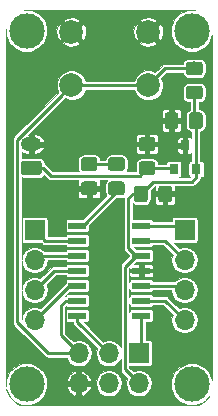
<source format=gbr>
G04 #@! TF.GenerationSoftware,KiCad,Pcbnew,5.0.2+dfsg1-1*
G04 #@! TF.CreationDate,2019-04-22T18:48:39+01:00*
G04 #@! TF.ProjectId,hawk,6861776b-2e6b-4696-9361-645f70636258,rev?*
G04 #@! TF.SameCoordinates,Original*
G04 #@! TF.FileFunction,Copper,L1,Top*
G04 #@! TF.FilePolarity,Positive*
%FSLAX46Y46*%
G04 Gerber Fmt 4.6, Leading zero omitted, Abs format (unit mm)*
G04 Created by KiCad (PCBNEW 5.0.2+dfsg1-1) date Mon 22 Apr 2019 18:48:39 BST*
%MOMM*%
%LPD*%
G01*
G04 APERTURE LIST*
G04 #@! TA.AperFunction,ComponentPad*
%ADD10C,3.000000*%
G04 #@! TD*
G04 #@! TA.AperFunction,Conductor*
%ADD11C,0.100000*%
G04 #@! TD*
G04 #@! TA.AperFunction,SMDPad,CuDef*
%ADD12C,1.150000*%
G04 #@! TD*
G04 #@! TA.AperFunction,ComponentPad*
%ADD13R,1.700000X1.700000*%
G04 #@! TD*
G04 #@! TA.AperFunction,ComponentPad*
%ADD14O,1.700000X1.700000*%
G04 #@! TD*
G04 #@! TA.AperFunction,ComponentPad*
%ADD15C,1.200000*%
G04 #@! TD*
G04 #@! TA.AperFunction,ComponentPad*
%ADD16O,1.750000X1.200000*%
G04 #@! TD*
G04 #@! TA.AperFunction,ComponentPad*
%ADD17C,2.000000*%
G04 #@! TD*
G04 #@! TA.AperFunction,SMDPad,CuDef*
%ADD18R,1.500000X0.600000*%
G04 #@! TD*
G04 #@! TA.AperFunction,SMDPad,CuDef*
%ADD19R,0.800000X0.900000*%
G04 #@! TD*
G04 #@! TA.AperFunction,Conductor*
%ADD20C,0.250000*%
G04 #@! TD*
G04 APERTURE END LIST*
D10*
G04 #@! TO.P,REF\002A\002A,1*
G04 #@! TO.N,N/C*
X158100000Y-94300000D03*
G04 #@! TD*
G04 #@! TO.P,REF\002A\002A,1*
G04 #@! TO.N,N/C*
X144100000Y-94300000D03*
G04 #@! TD*
G04 #@! TO.P,REF\002A\002A,1*
G04 #@! TO.N,N/C*
X144100000Y-64400000D03*
G04 #@! TD*
D11*
G04 #@! TO.N,+3V3*
G04 #@! TO.C,C1*
G36*
X154124505Y-77501204D02*
X154148773Y-77504804D01*
X154172572Y-77510765D01*
X154195671Y-77519030D01*
X154217850Y-77529520D01*
X154238893Y-77542132D01*
X154258599Y-77556747D01*
X154276777Y-77573223D01*
X154293253Y-77591401D01*
X154307868Y-77611107D01*
X154320480Y-77632150D01*
X154330970Y-77654329D01*
X154339235Y-77677428D01*
X154345196Y-77701227D01*
X154348796Y-77725495D01*
X154350000Y-77749999D01*
X154350000Y-78650001D01*
X154348796Y-78674505D01*
X154345196Y-78698773D01*
X154339235Y-78722572D01*
X154330970Y-78745671D01*
X154320480Y-78767850D01*
X154307868Y-78788893D01*
X154293253Y-78808599D01*
X154276777Y-78826777D01*
X154258599Y-78843253D01*
X154238893Y-78857868D01*
X154217850Y-78870480D01*
X154195671Y-78880970D01*
X154172572Y-78889235D01*
X154148773Y-78895196D01*
X154124505Y-78898796D01*
X154100001Y-78900000D01*
X153449999Y-78900000D01*
X153425495Y-78898796D01*
X153401227Y-78895196D01*
X153377428Y-78889235D01*
X153354329Y-78880970D01*
X153332150Y-78870480D01*
X153311107Y-78857868D01*
X153291401Y-78843253D01*
X153273223Y-78826777D01*
X153256747Y-78808599D01*
X153242132Y-78788893D01*
X153229520Y-78767850D01*
X153219030Y-78745671D01*
X153210765Y-78722572D01*
X153204804Y-78698773D01*
X153201204Y-78674505D01*
X153200000Y-78650001D01*
X153200000Y-77749999D01*
X153201204Y-77725495D01*
X153204804Y-77701227D01*
X153210765Y-77677428D01*
X153219030Y-77654329D01*
X153229520Y-77632150D01*
X153242132Y-77611107D01*
X153256747Y-77591401D01*
X153273223Y-77573223D01*
X153291401Y-77556747D01*
X153311107Y-77542132D01*
X153332150Y-77529520D01*
X153354329Y-77519030D01*
X153377428Y-77510765D01*
X153401227Y-77504804D01*
X153425495Y-77501204D01*
X153449999Y-77500000D01*
X154100001Y-77500000D01*
X154124505Y-77501204D01*
X154124505Y-77501204D01*
G37*
D12*
G04 #@! TD*
G04 #@! TO.P,C1,1*
G04 #@! TO.N,+3V3*
X153775000Y-78200000D03*
D11*
G04 #@! TO.N,GND*
G04 #@! TO.C,C1*
G36*
X156174505Y-77501204D02*
X156198773Y-77504804D01*
X156222572Y-77510765D01*
X156245671Y-77519030D01*
X156267850Y-77529520D01*
X156288893Y-77542132D01*
X156308599Y-77556747D01*
X156326777Y-77573223D01*
X156343253Y-77591401D01*
X156357868Y-77611107D01*
X156370480Y-77632150D01*
X156380970Y-77654329D01*
X156389235Y-77677428D01*
X156395196Y-77701227D01*
X156398796Y-77725495D01*
X156400000Y-77749999D01*
X156400000Y-78650001D01*
X156398796Y-78674505D01*
X156395196Y-78698773D01*
X156389235Y-78722572D01*
X156380970Y-78745671D01*
X156370480Y-78767850D01*
X156357868Y-78788893D01*
X156343253Y-78808599D01*
X156326777Y-78826777D01*
X156308599Y-78843253D01*
X156288893Y-78857868D01*
X156267850Y-78870480D01*
X156245671Y-78880970D01*
X156222572Y-78889235D01*
X156198773Y-78895196D01*
X156174505Y-78898796D01*
X156150001Y-78900000D01*
X155499999Y-78900000D01*
X155475495Y-78898796D01*
X155451227Y-78895196D01*
X155427428Y-78889235D01*
X155404329Y-78880970D01*
X155382150Y-78870480D01*
X155361107Y-78857868D01*
X155341401Y-78843253D01*
X155323223Y-78826777D01*
X155306747Y-78808599D01*
X155292132Y-78788893D01*
X155279520Y-78767850D01*
X155269030Y-78745671D01*
X155260765Y-78722572D01*
X155254804Y-78698773D01*
X155251204Y-78674505D01*
X155250000Y-78650001D01*
X155250000Y-77749999D01*
X155251204Y-77725495D01*
X155254804Y-77701227D01*
X155260765Y-77677428D01*
X155269030Y-77654329D01*
X155279520Y-77632150D01*
X155292132Y-77611107D01*
X155306747Y-77591401D01*
X155323223Y-77573223D01*
X155341401Y-77556747D01*
X155361107Y-77542132D01*
X155382150Y-77529520D01*
X155404329Y-77519030D01*
X155427428Y-77510765D01*
X155451227Y-77504804D01*
X155475495Y-77501204D01*
X155499999Y-77500000D01*
X156150001Y-77500000D01*
X156174505Y-77501204D01*
X156174505Y-77501204D01*
G37*
D12*
G04 #@! TD*
G04 #@! TO.P,C1,2*
G04 #@! TO.N,GND*
X155825000Y-78200000D03*
D11*
G04 #@! TO.N,GND*
G04 #@! TO.C,C2*
G36*
X154774505Y-73401204D02*
X154798773Y-73404804D01*
X154822572Y-73410765D01*
X154845671Y-73419030D01*
X154867850Y-73429520D01*
X154888893Y-73442132D01*
X154908599Y-73456747D01*
X154926777Y-73473223D01*
X154943253Y-73491401D01*
X154957868Y-73511107D01*
X154970480Y-73532150D01*
X154980970Y-73554329D01*
X154989235Y-73577428D01*
X154995196Y-73601227D01*
X154998796Y-73625495D01*
X155000000Y-73649999D01*
X155000000Y-74300001D01*
X154998796Y-74324505D01*
X154995196Y-74348773D01*
X154989235Y-74372572D01*
X154980970Y-74395671D01*
X154970480Y-74417850D01*
X154957868Y-74438893D01*
X154943253Y-74458599D01*
X154926777Y-74476777D01*
X154908599Y-74493253D01*
X154888893Y-74507868D01*
X154867850Y-74520480D01*
X154845671Y-74530970D01*
X154822572Y-74539235D01*
X154798773Y-74545196D01*
X154774505Y-74548796D01*
X154750001Y-74550000D01*
X153849999Y-74550000D01*
X153825495Y-74548796D01*
X153801227Y-74545196D01*
X153777428Y-74539235D01*
X153754329Y-74530970D01*
X153732150Y-74520480D01*
X153711107Y-74507868D01*
X153691401Y-74493253D01*
X153673223Y-74476777D01*
X153656747Y-74458599D01*
X153642132Y-74438893D01*
X153629520Y-74417850D01*
X153619030Y-74395671D01*
X153610765Y-74372572D01*
X153604804Y-74348773D01*
X153601204Y-74324505D01*
X153600000Y-74300001D01*
X153600000Y-73649999D01*
X153601204Y-73625495D01*
X153604804Y-73601227D01*
X153610765Y-73577428D01*
X153619030Y-73554329D01*
X153629520Y-73532150D01*
X153642132Y-73511107D01*
X153656747Y-73491401D01*
X153673223Y-73473223D01*
X153691401Y-73456747D01*
X153711107Y-73442132D01*
X153732150Y-73429520D01*
X153754329Y-73419030D01*
X153777428Y-73410765D01*
X153801227Y-73404804D01*
X153825495Y-73401204D01*
X153849999Y-73400000D01*
X154750001Y-73400000D01*
X154774505Y-73401204D01*
X154774505Y-73401204D01*
G37*
D12*
G04 #@! TD*
G04 #@! TO.P,C2,2*
G04 #@! TO.N,GND*
X154300000Y-73975000D03*
D11*
G04 #@! TO.N,+BATT*
G04 #@! TO.C,C2*
G36*
X154774505Y-75451204D02*
X154798773Y-75454804D01*
X154822572Y-75460765D01*
X154845671Y-75469030D01*
X154867850Y-75479520D01*
X154888893Y-75492132D01*
X154908599Y-75506747D01*
X154926777Y-75523223D01*
X154943253Y-75541401D01*
X154957868Y-75561107D01*
X154970480Y-75582150D01*
X154980970Y-75604329D01*
X154989235Y-75627428D01*
X154995196Y-75651227D01*
X154998796Y-75675495D01*
X155000000Y-75699999D01*
X155000000Y-76350001D01*
X154998796Y-76374505D01*
X154995196Y-76398773D01*
X154989235Y-76422572D01*
X154980970Y-76445671D01*
X154970480Y-76467850D01*
X154957868Y-76488893D01*
X154943253Y-76508599D01*
X154926777Y-76526777D01*
X154908599Y-76543253D01*
X154888893Y-76557868D01*
X154867850Y-76570480D01*
X154845671Y-76580970D01*
X154822572Y-76589235D01*
X154798773Y-76595196D01*
X154774505Y-76598796D01*
X154750001Y-76600000D01*
X153849999Y-76600000D01*
X153825495Y-76598796D01*
X153801227Y-76595196D01*
X153777428Y-76589235D01*
X153754329Y-76580970D01*
X153732150Y-76570480D01*
X153711107Y-76557868D01*
X153691401Y-76543253D01*
X153673223Y-76526777D01*
X153656747Y-76508599D01*
X153642132Y-76488893D01*
X153629520Y-76467850D01*
X153619030Y-76445671D01*
X153610765Y-76422572D01*
X153604804Y-76398773D01*
X153601204Y-76374505D01*
X153600000Y-76350001D01*
X153600000Y-75699999D01*
X153601204Y-75675495D01*
X153604804Y-75651227D01*
X153610765Y-75627428D01*
X153619030Y-75604329D01*
X153629520Y-75582150D01*
X153642132Y-75561107D01*
X153656747Y-75541401D01*
X153673223Y-75523223D01*
X153691401Y-75506747D01*
X153711107Y-75492132D01*
X153732150Y-75479520D01*
X153754329Y-75469030D01*
X153777428Y-75460765D01*
X153801227Y-75454804D01*
X153825495Y-75451204D01*
X153849999Y-75450000D01*
X154750001Y-75450000D01*
X154774505Y-75451204D01*
X154774505Y-75451204D01*
G37*
D12*
G04 #@! TD*
G04 #@! TO.P,C2,1*
G04 #@! TO.N,+BATT*
X154300000Y-76025000D03*
D11*
G04 #@! TO.N,+3V3*
G04 #@! TO.C,C3*
G36*
X158774505Y-71301204D02*
X158798773Y-71304804D01*
X158822572Y-71310765D01*
X158845671Y-71319030D01*
X158867850Y-71329520D01*
X158888893Y-71342132D01*
X158908599Y-71356747D01*
X158926777Y-71373223D01*
X158943253Y-71391401D01*
X158957868Y-71411107D01*
X158970480Y-71432150D01*
X158980970Y-71454329D01*
X158989235Y-71477428D01*
X158995196Y-71501227D01*
X158998796Y-71525495D01*
X159000000Y-71549999D01*
X159000000Y-72450001D01*
X158998796Y-72474505D01*
X158995196Y-72498773D01*
X158989235Y-72522572D01*
X158980970Y-72545671D01*
X158970480Y-72567850D01*
X158957868Y-72588893D01*
X158943253Y-72608599D01*
X158926777Y-72626777D01*
X158908599Y-72643253D01*
X158888893Y-72657868D01*
X158867850Y-72670480D01*
X158845671Y-72680970D01*
X158822572Y-72689235D01*
X158798773Y-72695196D01*
X158774505Y-72698796D01*
X158750001Y-72700000D01*
X158099999Y-72700000D01*
X158075495Y-72698796D01*
X158051227Y-72695196D01*
X158027428Y-72689235D01*
X158004329Y-72680970D01*
X157982150Y-72670480D01*
X157961107Y-72657868D01*
X157941401Y-72643253D01*
X157923223Y-72626777D01*
X157906747Y-72608599D01*
X157892132Y-72588893D01*
X157879520Y-72567850D01*
X157869030Y-72545671D01*
X157860765Y-72522572D01*
X157854804Y-72498773D01*
X157851204Y-72474505D01*
X157850000Y-72450001D01*
X157850000Y-71549999D01*
X157851204Y-71525495D01*
X157854804Y-71501227D01*
X157860765Y-71477428D01*
X157869030Y-71454329D01*
X157879520Y-71432150D01*
X157892132Y-71411107D01*
X157906747Y-71391401D01*
X157923223Y-71373223D01*
X157941401Y-71356747D01*
X157961107Y-71342132D01*
X157982150Y-71329520D01*
X158004329Y-71319030D01*
X158027428Y-71310765D01*
X158051227Y-71304804D01*
X158075495Y-71301204D01*
X158099999Y-71300000D01*
X158750001Y-71300000D01*
X158774505Y-71301204D01*
X158774505Y-71301204D01*
G37*
D12*
G04 #@! TD*
G04 #@! TO.P,C3,1*
G04 #@! TO.N,+3V3*
X158425000Y-72000000D03*
D11*
G04 #@! TO.N,GND*
G04 #@! TO.C,C3*
G36*
X156724505Y-71301204D02*
X156748773Y-71304804D01*
X156772572Y-71310765D01*
X156795671Y-71319030D01*
X156817850Y-71329520D01*
X156838893Y-71342132D01*
X156858599Y-71356747D01*
X156876777Y-71373223D01*
X156893253Y-71391401D01*
X156907868Y-71411107D01*
X156920480Y-71432150D01*
X156930970Y-71454329D01*
X156939235Y-71477428D01*
X156945196Y-71501227D01*
X156948796Y-71525495D01*
X156950000Y-71549999D01*
X156950000Y-72450001D01*
X156948796Y-72474505D01*
X156945196Y-72498773D01*
X156939235Y-72522572D01*
X156930970Y-72545671D01*
X156920480Y-72567850D01*
X156907868Y-72588893D01*
X156893253Y-72608599D01*
X156876777Y-72626777D01*
X156858599Y-72643253D01*
X156838893Y-72657868D01*
X156817850Y-72670480D01*
X156795671Y-72680970D01*
X156772572Y-72689235D01*
X156748773Y-72695196D01*
X156724505Y-72698796D01*
X156700001Y-72700000D01*
X156049999Y-72700000D01*
X156025495Y-72698796D01*
X156001227Y-72695196D01*
X155977428Y-72689235D01*
X155954329Y-72680970D01*
X155932150Y-72670480D01*
X155911107Y-72657868D01*
X155891401Y-72643253D01*
X155873223Y-72626777D01*
X155856747Y-72608599D01*
X155842132Y-72588893D01*
X155829520Y-72567850D01*
X155819030Y-72545671D01*
X155810765Y-72522572D01*
X155804804Y-72498773D01*
X155801204Y-72474505D01*
X155800000Y-72450001D01*
X155800000Y-71549999D01*
X155801204Y-71525495D01*
X155804804Y-71501227D01*
X155810765Y-71477428D01*
X155819030Y-71454329D01*
X155829520Y-71432150D01*
X155842132Y-71411107D01*
X155856747Y-71391401D01*
X155873223Y-71373223D01*
X155891401Y-71356747D01*
X155911107Y-71342132D01*
X155932150Y-71329520D01*
X155954329Y-71319030D01*
X155977428Y-71310765D01*
X156001227Y-71304804D01*
X156025495Y-71301204D01*
X156049999Y-71300000D01*
X156700001Y-71300000D01*
X156724505Y-71301204D01*
X156724505Y-71301204D01*
G37*
D12*
G04 #@! TD*
G04 #@! TO.P,C3,2*
G04 #@! TO.N,GND*
X156375000Y-72000000D03*
D11*
G04 #@! TO.N,Net-(D1-Pad1)*
G04 #@! TO.C,D1*
G36*
X152174505Y-75101204D02*
X152198773Y-75104804D01*
X152222572Y-75110765D01*
X152245671Y-75119030D01*
X152267850Y-75129520D01*
X152288893Y-75142132D01*
X152308599Y-75156747D01*
X152326777Y-75173223D01*
X152343253Y-75191401D01*
X152357868Y-75211107D01*
X152370480Y-75232150D01*
X152380970Y-75254329D01*
X152389235Y-75277428D01*
X152395196Y-75301227D01*
X152398796Y-75325495D01*
X152400000Y-75349999D01*
X152400000Y-76000001D01*
X152398796Y-76024505D01*
X152395196Y-76048773D01*
X152389235Y-76072572D01*
X152380970Y-76095671D01*
X152370480Y-76117850D01*
X152357868Y-76138893D01*
X152343253Y-76158599D01*
X152326777Y-76176777D01*
X152308599Y-76193253D01*
X152288893Y-76207868D01*
X152267850Y-76220480D01*
X152245671Y-76230970D01*
X152222572Y-76239235D01*
X152198773Y-76245196D01*
X152174505Y-76248796D01*
X152150001Y-76250000D01*
X151249999Y-76250000D01*
X151225495Y-76248796D01*
X151201227Y-76245196D01*
X151177428Y-76239235D01*
X151154329Y-76230970D01*
X151132150Y-76220480D01*
X151111107Y-76207868D01*
X151091401Y-76193253D01*
X151073223Y-76176777D01*
X151056747Y-76158599D01*
X151042132Y-76138893D01*
X151029520Y-76117850D01*
X151019030Y-76095671D01*
X151010765Y-76072572D01*
X151004804Y-76048773D01*
X151001204Y-76024505D01*
X151000000Y-76000001D01*
X151000000Y-75349999D01*
X151001204Y-75325495D01*
X151004804Y-75301227D01*
X151010765Y-75277428D01*
X151019030Y-75254329D01*
X151029520Y-75232150D01*
X151042132Y-75211107D01*
X151056747Y-75191401D01*
X151073223Y-75173223D01*
X151091401Y-75156747D01*
X151111107Y-75142132D01*
X151132150Y-75129520D01*
X151154329Y-75119030D01*
X151177428Y-75110765D01*
X151201227Y-75104804D01*
X151225495Y-75101204D01*
X151249999Y-75100000D01*
X152150001Y-75100000D01*
X152174505Y-75101204D01*
X152174505Y-75101204D01*
G37*
D12*
G04 #@! TD*
G04 #@! TO.P,D1,1*
G04 #@! TO.N,Net-(D1-Pad1)*
X151700000Y-75675000D03*
D11*
G04 #@! TO.N,LED*
G04 #@! TO.C,D1*
G36*
X152174505Y-77151204D02*
X152198773Y-77154804D01*
X152222572Y-77160765D01*
X152245671Y-77169030D01*
X152267850Y-77179520D01*
X152288893Y-77192132D01*
X152308599Y-77206747D01*
X152326777Y-77223223D01*
X152343253Y-77241401D01*
X152357868Y-77261107D01*
X152370480Y-77282150D01*
X152380970Y-77304329D01*
X152389235Y-77327428D01*
X152395196Y-77351227D01*
X152398796Y-77375495D01*
X152400000Y-77399999D01*
X152400000Y-78050001D01*
X152398796Y-78074505D01*
X152395196Y-78098773D01*
X152389235Y-78122572D01*
X152380970Y-78145671D01*
X152370480Y-78167850D01*
X152357868Y-78188893D01*
X152343253Y-78208599D01*
X152326777Y-78226777D01*
X152308599Y-78243253D01*
X152288893Y-78257868D01*
X152267850Y-78270480D01*
X152245671Y-78280970D01*
X152222572Y-78289235D01*
X152198773Y-78295196D01*
X152174505Y-78298796D01*
X152150001Y-78300000D01*
X151249999Y-78300000D01*
X151225495Y-78298796D01*
X151201227Y-78295196D01*
X151177428Y-78289235D01*
X151154329Y-78280970D01*
X151132150Y-78270480D01*
X151111107Y-78257868D01*
X151091401Y-78243253D01*
X151073223Y-78226777D01*
X151056747Y-78208599D01*
X151042132Y-78188893D01*
X151029520Y-78167850D01*
X151019030Y-78145671D01*
X151010765Y-78122572D01*
X151004804Y-78098773D01*
X151001204Y-78074505D01*
X151000000Y-78050001D01*
X151000000Y-77399999D01*
X151001204Y-77375495D01*
X151004804Y-77351227D01*
X151010765Y-77327428D01*
X151019030Y-77304329D01*
X151029520Y-77282150D01*
X151042132Y-77261107D01*
X151056747Y-77241401D01*
X151073223Y-77223223D01*
X151091401Y-77206747D01*
X151111107Y-77192132D01*
X151132150Y-77179520D01*
X151154329Y-77169030D01*
X151177428Y-77160765D01*
X151201227Y-77154804D01*
X151225495Y-77151204D01*
X151249999Y-77150000D01*
X152150001Y-77150000D01*
X152174505Y-77151204D01*
X152174505Y-77151204D01*
G37*
D12*
G04 #@! TD*
G04 #@! TO.P,D1,2*
G04 #@! TO.N,LED*
X151700000Y-77725000D03*
D13*
G04 #@! TO.P,J0,1*
G04 #@! TO.N,SWDIO*
X153600000Y-91700000D03*
D14*
G04 #@! TO.P,J0,2*
G04 #@! TO.N,+3V3*
X153600000Y-94240000D03*
G04 #@! TO.P,J0,3*
G04 #@! TO.N,SWCLK*
X151060000Y-91700000D03*
G04 #@! TO.P,J0,4*
G04 #@! TO.N,Net-(J0-Pad4)*
X151060000Y-94240000D03*
G04 #@! TO.P,J0,5*
G04 #@! TO.N,reset*
X148520000Y-91700000D03*
G04 #@! TO.P,J0,6*
G04 #@! TO.N,GND*
X148520000Y-94240000D03*
G04 #@! TD*
D13*
G04 #@! TO.P,J1,1*
G04 #@! TO.N,GPIO_1*
X144780000Y-81280000D03*
D14*
G04 #@! TO.P,J1,2*
G04 #@! TO.N,GPIO_2*
X144780000Y-83820000D03*
G04 #@! TO.P,J1,3*
G04 #@! TO.N,GPIO_3*
X144780000Y-86360000D03*
G04 #@! TO.P,J1,4*
G04 #@! TO.N,GPIO_4*
X144780000Y-88900000D03*
G04 #@! TD*
G04 #@! TO.P,J2,4*
G04 #@! TO.N,GPIO_8*
X157480000Y-88900000D03*
G04 #@! TO.P,J2,3*
G04 #@! TO.N,GPIO_7*
X157480000Y-86360000D03*
G04 #@! TO.P,J2,2*
G04 #@! TO.N,GPIO_6*
X157480000Y-83820000D03*
D13*
G04 #@! TO.P,J2,1*
G04 #@! TO.N,GPIO_5*
X157480000Y-81280000D03*
G04 #@! TD*
D11*
G04 #@! TO.N,+BATT*
G04 #@! TO.C,J3*
G36*
X145149505Y-75401204D02*
X145173773Y-75404804D01*
X145197572Y-75410765D01*
X145220671Y-75419030D01*
X145242850Y-75429520D01*
X145263893Y-75442132D01*
X145283599Y-75456747D01*
X145301777Y-75473223D01*
X145318253Y-75491401D01*
X145332868Y-75511107D01*
X145345480Y-75532150D01*
X145355970Y-75554329D01*
X145364235Y-75577428D01*
X145370196Y-75601227D01*
X145373796Y-75625495D01*
X145375000Y-75649999D01*
X145375000Y-76350001D01*
X145373796Y-76374505D01*
X145370196Y-76398773D01*
X145364235Y-76422572D01*
X145355970Y-76445671D01*
X145345480Y-76467850D01*
X145332868Y-76488893D01*
X145318253Y-76508599D01*
X145301777Y-76526777D01*
X145283599Y-76543253D01*
X145263893Y-76557868D01*
X145242850Y-76570480D01*
X145220671Y-76580970D01*
X145197572Y-76589235D01*
X145173773Y-76595196D01*
X145149505Y-76598796D01*
X145125001Y-76600000D01*
X143874999Y-76600000D01*
X143850495Y-76598796D01*
X143826227Y-76595196D01*
X143802428Y-76589235D01*
X143779329Y-76580970D01*
X143757150Y-76570480D01*
X143736107Y-76557868D01*
X143716401Y-76543253D01*
X143698223Y-76526777D01*
X143681747Y-76508599D01*
X143667132Y-76488893D01*
X143654520Y-76467850D01*
X143644030Y-76445671D01*
X143635765Y-76422572D01*
X143629804Y-76398773D01*
X143626204Y-76374505D01*
X143625000Y-76350001D01*
X143625000Y-75649999D01*
X143626204Y-75625495D01*
X143629804Y-75601227D01*
X143635765Y-75577428D01*
X143644030Y-75554329D01*
X143654520Y-75532150D01*
X143667132Y-75511107D01*
X143681747Y-75491401D01*
X143698223Y-75473223D01*
X143716401Y-75456747D01*
X143736107Y-75442132D01*
X143757150Y-75429520D01*
X143779329Y-75419030D01*
X143802428Y-75410765D01*
X143826227Y-75404804D01*
X143850495Y-75401204D01*
X143874999Y-75400000D01*
X145125001Y-75400000D01*
X145149505Y-75401204D01*
X145149505Y-75401204D01*
G37*
D15*
G04 #@! TD*
G04 #@! TO.P,J3,1*
G04 #@! TO.N,+BATT*
X144500000Y-76000000D03*
D16*
G04 #@! TO.P,J3,2*
G04 #@! TO.N,GND*
X144500000Y-74000000D03*
G04 #@! TD*
D11*
G04 #@! TO.N,+3V3*
G04 #@! TO.C,R1*
G36*
X158774505Y-69051204D02*
X158798773Y-69054804D01*
X158822572Y-69060765D01*
X158845671Y-69069030D01*
X158867850Y-69079520D01*
X158888893Y-69092132D01*
X158908599Y-69106747D01*
X158926777Y-69123223D01*
X158943253Y-69141401D01*
X158957868Y-69161107D01*
X158970480Y-69182150D01*
X158980970Y-69204329D01*
X158989235Y-69227428D01*
X158995196Y-69251227D01*
X158998796Y-69275495D01*
X159000000Y-69299999D01*
X159000000Y-69950001D01*
X158998796Y-69974505D01*
X158995196Y-69998773D01*
X158989235Y-70022572D01*
X158980970Y-70045671D01*
X158970480Y-70067850D01*
X158957868Y-70088893D01*
X158943253Y-70108599D01*
X158926777Y-70126777D01*
X158908599Y-70143253D01*
X158888893Y-70157868D01*
X158867850Y-70170480D01*
X158845671Y-70180970D01*
X158822572Y-70189235D01*
X158798773Y-70195196D01*
X158774505Y-70198796D01*
X158750001Y-70200000D01*
X157849999Y-70200000D01*
X157825495Y-70198796D01*
X157801227Y-70195196D01*
X157777428Y-70189235D01*
X157754329Y-70180970D01*
X157732150Y-70170480D01*
X157711107Y-70157868D01*
X157691401Y-70143253D01*
X157673223Y-70126777D01*
X157656747Y-70108599D01*
X157642132Y-70088893D01*
X157629520Y-70067850D01*
X157619030Y-70045671D01*
X157610765Y-70022572D01*
X157604804Y-69998773D01*
X157601204Y-69974505D01*
X157600000Y-69950001D01*
X157600000Y-69299999D01*
X157601204Y-69275495D01*
X157604804Y-69251227D01*
X157610765Y-69227428D01*
X157619030Y-69204329D01*
X157629520Y-69182150D01*
X157642132Y-69161107D01*
X157656747Y-69141401D01*
X157673223Y-69123223D01*
X157691401Y-69106747D01*
X157711107Y-69092132D01*
X157732150Y-69079520D01*
X157754329Y-69069030D01*
X157777428Y-69060765D01*
X157801227Y-69054804D01*
X157825495Y-69051204D01*
X157849999Y-69050000D01*
X158750001Y-69050000D01*
X158774505Y-69051204D01*
X158774505Y-69051204D01*
G37*
D12*
G04 #@! TD*
G04 #@! TO.P,R1,1*
G04 #@! TO.N,+3V3*
X158300000Y-69625000D03*
D11*
G04 #@! TO.N,reset*
G04 #@! TO.C,R1*
G36*
X158774505Y-67001204D02*
X158798773Y-67004804D01*
X158822572Y-67010765D01*
X158845671Y-67019030D01*
X158867850Y-67029520D01*
X158888893Y-67042132D01*
X158908599Y-67056747D01*
X158926777Y-67073223D01*
X158943253Y-67091401D01*
X158957868Y-67111107D01*
X158970480Y-67132150D01*
X158980970Y-67154329D01*
X158989235Y-67177428D01*
X158995196Y-67201227D01*
X158998796Y-67225495D01*
X159000000Y-67249999D01*
X159000000Y-67900001D01*
X158998796Y-67924505D01*
X158995196Y-67948773D01*
X158989235Y-67972572D01*
X158980970Y-67995671D01*
X158970480Y-68017850D01*
X158957868Y-68038893D01*
X158943253Y-68058599D01*
X158926777Y-68076777D01*
X158908599Y-68093253D01*
X158888893Y-68107868D01*
X158867850Y-68120480D01*
X158845671Y-68130970D01*
X158822572Y-68139235D01*
X158798773Y-68145196D01*
X158774505Y-68148796D01*
X158750001Y-68150000D01*
X157849999Y-68150000D01*
X157825495Y-68148796D01*
X157801227Y-68145196D01*
X157777428Y-68139235D01*
X157754329Y-68130970D01*
X157732150Y-68120480D01*
X157711107Y-68107868D01*
X157691401Y-68093253D01*
X157673223Y-68076777D01*
X157656747Y-68058599D01*
X157642132Y-68038893D01*
X157629520Y-68017850D01*
X157619030Y-67995671D01*
X157610765Y-67972572D01*
X157604804Y-67948773D01*
X157601204Y-67924505D01*
X157600000Y-67900001D01*
X157600000Y-67249999D01*
X157601204Y-67225495D01*
X157604804Y-67201227D01*
X157610765Y-67177428D01*
X157619030Y-67154329D01*
X157629520Y-67132150D01*
X157642132Y-67111107D01*
X157656747Y-67091401D01*
X157673223Y-67073223D01*
X157691401Y-67056747D01*
X157711107Y-67042132D01*
X157732150Y-67029520D01*
X157754329Y-67019030D01*
X157777428Y-67010765D01*
X157801227Y-67004804D01*
X157825495Y-67001204D01*
X157849999Y-67000000D01*
X158750001Y-67000000D01*
X158774505Y-67001204D01*
X158774505Y-67001204D01*
G37*
D12*
G04 #@! TD*
G04 #@! TO.P,R1,2*
G04 #@! TO.N,reset*
X158300000Y-67575000D03*
D11*
G04 #@! TO.N,Net-(D1-Pad1)*
G04 #@! TO.C,R2*
G36*
X149874505Y-75101204D02*
X149898773Y-75104804D01*
X149922572Y-75110765D01*
X149945671Y-75119030D01*
X149967850Y-75129520D01*
X149988893Y-75142132D01*
X150008599Y-75156747D01*
X150026777Y-75173223D01*
X150043253Y-75191401D01*
X150057868Y-75211107D01*
X150070480Y-75232150D01*
X150080970Y-75254329D01*
X150089235Y-75277428D01*
X150095196Y-75301227D01*
X150098796Y-75325495D01*
X150100000Y-75349999D01*
X150100000Y-76000001D01*
X150098796Y-76024505D01*
X150095196Y-76048773D01*
X150089235Y-76072572D01*
X150080970Y-76095671D01*
X150070480Y-76117850D01*
X150057868Y-76138893D01*
X150043253Y-76158599D01*
X150026777Y-76176777D01*
X150008599Y-76193253D01*
X149988893Y-76207868D01*
X149967850Y-76220480D01*
X149945671Y-76230970D01*
X149922572Y-76239235D01*
X149898773Y-76245196D01*
X149874505Y-76248796D01*
X149850001Y-76250000D01*
X148949999Y-76250000D01*
X148925495Y-76248796D01*
X148901227Y-76245196D01*
X148877428Y-76239235D01*
X148854329Y-76230970D01*
X148832150Y-76220480D01*
X148811107Y-76207868D01*
X148791401Y-76193253D01*
X148773223Y-76176777D01*
X148756747Y-76158599D01*
X148742132Y-76138893D01*
X148729520Y-76117850D01*
X148719030Y-76095671D01*
X148710765Y-76072572D01*
X148704804Y-76048773D01*
X148701204Y-76024505D01*
X148700000Y-76000001D01*
X148700000Y-75349999D01*
X148701204Y-75325495D01*
X148704804Y-75301227D01*
X148710765Y-75277428D01*
X148719030Y-75254329D01*
X148729520Y-75232150D01*
X148742132Y-75211107D01*
X148756747Y-75191401D01*
X148773223Y-75173223D01*
X148791401Y-75156747D01*
X148811107Y-75142132D01*
X148832150Y-75129520D01*
X148854329Y-75119030D01*
X148877428Y-75110765D01*
X148901227Y-75104804D01*
X148925495Y-75101204D01*
X148949999Y-75100000D01*
X149850001Y-75100000D01*
X149874505Y-75101204D01*
X149874505Y-75101204D01*
G37*
D12*
G04 #@! TD*
G04 #@! TO.P,R2,2*
G04 #@! TO.N,Net-(D1-Pad1)*
X149400000Y-75675000D03*
D11*
G04 #@! TO.N,GND*
G04 #@! TO.C,R2*
G36*
X149874505Y-77151204D02*
X149898773Y-77154804D01*
X149922572Y-77160765D01*
X149945671Y-77169030D01*
X149967850Y-77179520D01*
X149988893Y-77192132D01*
X150008599Y-77206747D01*
X150026777Y-77223223D01*
X150043253Y-77241401D01*
X150057868Y-77261107D01*
X150070480Y-77282150D01*
X150080970Y-77304329D01*
X150089235Y-77327428D01*
X150095196Y-77351227D01*
X150098796Y-77375495D01*
X150100000Y-77399999D01*
X150100000Y-78050001D01*
X150098796Y-78074505D01*
X150095196Y-78098773D01*
X150089235Y-78122572D01*
X150080970Y-78145671D01*
X150070480Y-78167850D01*
X150057868Y-78188893D01*
X150043253Y-78208599D01*
X150026777Y-78226777D01*
X150008599Y-78243253D01*
X149988893Y-78257868D01*
X149967850Y-78270480D01*
X149945671Y-78280970D01*
X149922572Y-78289235D01*
X149898773Y-78295196D01*
X149874505Y-78298796D01*
X149850001Y-78300000D01*
X148949999Y-78300000D01*
X148925495Y-78298796D01*
X148901227Y-78295196D01*
X148877428Y-78289235D01*
X148854329Y-78280970D01*
X148832150Y-78270480D01*
X148811107Y-78257868D01*
X148791401Y-78243253D01*
X148773223Y-78226777D01*
X148756747Y-78208599D01*
X148742132Y-78188893D01*
X148729520Y-78167850D01*
X148719030Y-78145671D01*
X148710765Y-78122572D01*
X148704804Y-78098773D01*
X148701204Y-78074505D01*
X148700000Y-78050001D01*
X148700000Y-77399999D01*
X148701204Y-77375495D01*
X148704804Y-77351227D01*
X148710765Y-77327428D01*
X148719030Y-77304329D01*
X148729520Y-77282150D01*
X148742132Y-77261107D01*
X148756747Y-77241401D01*
X148773223Y-77223223D01*
X148791401Y-77206747D01*
X148811107Y-77192132D01*
X148832150Y-77179520D01*
X148854329Y-77169030D01*
X148877428Y-77160765D01*
X148901227Y-77154804D01*
X148925495Y-77151204D01*
X148949999Y-77150000D01*
X149850001Y-77150000D01*
X149874505Y-77151204D01*
X149874505Y-77151204D01*
G37*
D12*
G04 #@! TD*
G04 #@! TO.P,R2,1*
G04 #@! TO.N,GND*
X149400000Y-77725000D03*
D17*
G04 #@! TO.P,SW1,2*
G04 #@! TO.N,GND*
X154400000Y-64500000D03*
G04 #@! TO.P,SW1,1*
G04 #@! TO.N,reset*
X154400000Y-69000000D03*
G04 #@! TO.P,SW1,2*
G04 #@! TO.N,GND*
X147900000Y-64500000D03*
G04 #@! TO.P,SW1,1*
G04 #@! TO.N,reset*
X147900000Y-69000000D03*
G04 #@! TD*
D18*
G04 #@! TO.P,U1,1*
G04 #@! TO.N,LED*
X148400000Y-80890000D03*
G04 #@! TO.P,U1,2*
G04 #@! TO.N,GPIO_1*
X148400000Y-82160000D03*
G04 #@! TO.P,U1,3*
G04 #@! TO.N,GPIO_2*
X148400000Y-83430000D03*
G04 #@! TO.P,U1,4*
G04 #@! TO.N,GPIO_3*
X148400000Y-84700000D03*
G04 #@! TO.P,U1,5*
G04 #@! TO.N,GPIO_4*
X148400000Y-85970000D03*
G04 #@! TO.P,U1,6*
G04 #@! TO.N,reset*
X148400000Y-87240000D03*
G04 #@! TO.P,U1,7*
G04 #@! TO.N,SWCLK*
X148400000Y-88510000D03*
G04 #@! TO.P,U1,8*
G04 #@! TO.N,SWDIO*
X153800000Y-88510000D03*
G04 #@! TO.P,U1,9*
G04 #@! TO.N,GPIO_8*
X153800000Y-87240000D03*
G04 #@! TO.P,U1,10*
G04 #@! TO.N,GPIO_7*
X153800000Y-85970000D03*
G04 #@! TO.P,U1,11*
G04 #@! TO.N,GND*
X153800000Y-84700000D03*
G04 #@! TO.P,U1,12*
G04 #@! TO.N,+3V3*
X153800000Y-83430000D03*
G04 #@! TO.P,U1,13*
G04 #@! TO.N,GPIO_6*
X153800000Y-82160000D03*
G04 #@! TO.P,U1,14*
G04 #@! TO.N,GPIO_5*
X153800000Y-80890000D03*
G04 #@! TD*
D19*
G04 #@! TO.P,U2,1*
G04 #@! TO.N,+BATT*
X156550000Y-76100000D03*
G04 #@! TO.P,U2,2*
G04 #@! TO.N,+3V3*
X158450000Y-76100000D03*
G04 #@! TO.P,U2,3*
G04 #@! TO.N,GND*
X157500000Y-74100000D03*
G04 #@! TD*
D10*
G04 #@! TO.P,REF\002A\002A,1*
G04 #@! TO.N,N/C*
X158100000Y-64400000D03*
G04 #@! TD*
D20*
G04 #@! TO.N,+3V3*
X158300000Y-71875000D02*
X158425000Y-72000000D01*
X158300000Y-69625000D02*
X158300000Y-71875000D01*
X158425000Y-76075000D02*
X158450000Y-76100000D01*
X158425000Y-72000000D02*
X158425000Y-76075000D01*
X154398372Y-77576628D02*
X153775000Y-78200000D01*
X154800010Y-77174990D02*
X154398372Y-77576628D01*
X158075010Y-77174990D02*
X154800010Y-77174990D01*
X158450000Y-76800000D02*
X158075010Y-77174990D01*
X158450000Y-76100000D02*
X158450000Y-76800000D01*
X152724999Y-82804999D02*
X153350000Y-83430000D01*
X153100000Y-78200000D02*
X152724999Y-78575001D01*
X152724999Y-78575001D02*
X152724999Y-82804999D01*
X153775000Y-78200000D02*
X153100000Y-78200000D01*
X152424999Y-93064999D02*
X152750001Y-93390001D01*
X152424999Y-84355001D02*
X152424999Y-93064999D01*
X152750001Y-93390001D02*
X153600000Y-94240000D01*
X153350000Y-83430000D02*
X152424999Y-84355001D01*
X153800000Y-83430000D02*
X153350000Y-83430000D01*
G04 #@! TO.N,+BATT*
X153676628Y-76648372D02*
X154300000Y-76025000D01*
X146123372Y-76648372D02*
X153676628Y-76648372D01*
X145475000Y-76000000D02*
X146123372Y-76648372D01*
X144500000Y-76000000D02*
X145475000Y-76000000D01*
X156475000Y-76025000D02*
X156550000Y-76100000D01*
X154300000Y-76025000D02*
X156475000Y-76025000D01*
G04 #@! TO.N,Net-(D1-Pad1)*
X149400000Y-75675000D02*
X151700000Y-75675000D01*
G04 #@! TO.N,LED*
X151700000Y-78040000D02*
X151700000Y-77725000D01*
X148850000Y-80890000D02*
X151700000Y-78040000D01*
X148400000Y-80890000D02*
X148850000Y-80890000D01*
G04 #@! TO.N,SWDIO*
X153800000Y-91500000D02*
X153600000Y-91700000D01*
X153800000Y-88510000D02*
X153800000Y-91500000D01*
G04 #@! TO.N,SWCLK*
X151040000Y-91700000D02*
X151060000Y-91700000D01*
X148400000Y-89060000D02*
X151040000Y-91700000D01*
X148400000Y-88510000D02*
X148400000Y-89060000D01*
G04 #@! TO.N,reset*
X147400000Y-87240000D02*
X147000000Y-87640000D01*
X148400000Y-87240000D02*
X147400000Y-87240000D01*
X147000000Y-90180000D02*
X148520000Y-91700000D01*
X147000000Y-87640000D02*
X147000000Y-90180000D01*
X155825000Y-67575000D02*
X154400000Y-69000000D01*
X158300000Y-67575000D02*
X155825000Y-67575000D01*
X143299990Y-73600010D02*
X146900001Y-69999999D01*
X146900001Y-69999999D02*
X147900000Y-69000000D01*
X143299990Y-89086950D02*
X143299990Y-73600010D01*
X145913040Y-91700000D02*
X143299990Y-89086950D01*
X148520000Y-91700000D02*
X145913040Y-91700000D01*
X147900000Y-69000000D02*
X154400000Y-69000000D01*
G04 #@! TO.N,GPIO_1*
X145660000Y-82160000D02*
X144780000Y-81280000D01*
X148400000Y-82160000D02*
X145660000Y-82160000D01*
G04 #@! TO.N,GPIO_2*
X145170000Y-83430000D02*
X144780000Y-83820000D01*
X148400000Y-83430000D02*
X145170000Y-83430000D01*
G04 #@! TO.N,GPIO_3*
X146440000Y-84700000D02*
X144780000Y-86360000D01*
X148400000Y-84700000D02*
X146440000Y-84700000D01*
G04 #@! TO.N,GPIO_4*
X145629999Y-88050001D02*
X144780000Y-88900000D01*
X147710000Y-85970000D02*
X145629999Y-88050001D01*
X148400000Y-85970000D02*
X147710000Y-85970000D01*
G04 #@! TO.N,GPIO_8*
X155820000Y-87240000D02*
X157480000Y-88900000D01*
X153800000Y-87240000D02*
X155820000Y-87240000D01*
G04 #@! TO.N,GPIO_7*
X157090000Y-85970000D02*
X157480000Y-86360000D01*
X153800000Y-85970000D02*
X157090000Y-85970000D01*
G04 #@! TO.N,GPIO_6*
X155820000Y-82160000D02*
X157480000Y-83820000D01*
X153800000Y-82160000D02*
X155820000Y-82160000D01*
G04 #@! TO.N,GPIO_5*
X157090000Y-80890000D02*
X157480000Y-81280000D01*
X153800000Y-80890000D02*
X157090000Y-80890000D01*
G04 #@! TD*
D11*
G04 #@! TO.N,GND*
G36*
X158323058Y-62650000D02*
X157751903Y-62650000D01*
X157108704Y-62916421D01*
X156616421Y-63408704D01*
X156350000Y-64051903D01*
X156350000Y-64748097D01*
X156616421Y-65391296D01*
X157108704Y-65883579D01*
X157751903Y-66150000D01*
X158448097Y-66150000D01*
X159091296Y-65883579D01*
X159583579Y-65391296D01*
X159838031Y-64776993D01*
X159838030Y-93923005D01*
X159583579Y-93308704D01*
X159091296Y-92816421D01*
X158448097Y-92550000D01*
X157751903Y-92550000D01*
X157108704Y-92816421D01*
X156616421Y-93308704D01*
X156350000Y-93951903D01*
X156350000Y-94648097D01*
X156616421Y-95291296D01*
X157108704Y-95783579D01*
X157751903Y-96050000D01*
X158448097Y-96050000D01*
X159091296Y-95783579D01*
X159548538Y-95326337D01*
X159502694Y-95405742D01*
X159258100Y-95677377D01*
X158962347Y-95892201D01*
X158628379Y-96040925D01*
X158270818Y-96116900D01*
X143905242Y-96116900D01*
X143547683Y-96040926D01*
X143213713Y-95892202D01*
X142917964Y-95677381D01*
X142673366Y-95405741D01*
X142490589Y-95089164D01*
X142377632Y-94741438D01*
X142373879Y-94705747D01*
X142616421Y-95291296D01*
X143108704Y-95783579D01*
X143751903Y-96050000D01*
X144448097Y-96050000D01*
X145091296Y-95783579D01*
X145583579Y-95291296D01*
X145850000Y-94648097D01*
X145850000Y-94610585D01*
X147484282Y-94610585D01*
X147704938Y-94978728D01*
X148049680Y-95234406D01*
X148149419Y-95275697D01*
X148316000Y-95257246D01*
X148316000Y-94444000D01*
X148724000Y-94444000D01*
X148724000Y-95257246D01*
X148890581Y-95275697D01*
X148990320Y-95234406D01*
X149335062Y-94978728D01*
X149555718Y-94610585D01*
X149538439Y-94444000D01*
X148724000Y-94444000D01*
X148316000Y-94444000D01*
X147501561Y-94444000D01*
X147484282Y-94610585D01*
X145850000Y-94610585D01*
X145850000Y-94240000D01*
X149938450Y-94240000D01*
X150023823Y-94669199D01*
X150266944Y-95033056D01*
X150630801Y-95276177D01*
X150951661Y-95340000D01*
X151168339Y-95340000D01*
X151489199Y-95276177D01*
X151853056Y-95033056D01*
X152096177Y-94669199D01*
X152181550Y-94240000D01*
X152096177Y-93810801D01*
X151853056Y-93446944D01*
X151489199Y-93203823D01*
X151168339Y-93140000D01*
X150951661Y-93140000D01*
X150630801Y-93203823D01*
X150266944Y-93446944D01*
X150023823Y-93810801D01*
X149938450Y-94240000D01*
X145850000Y-94240000D01*
X145850000Y-93951903D01*
X145815833Y-93869415D01*
X147484282Y-93869415D01*
X147501561Y-94036000D01*
X148316000Y-94036000D01*
X148316000Y-93222754D01*
X148724000Y-93222754D01*
X148724000Y-94036000D01*
X149538439Y-94036000D01*
X149555718Y-93869415D01*
X149335062Y-93501272D01*
X148990320Y-93245594D01*
X148890581Y-93204303D01*
X148724000Y-93222754D01*
X148316000Y-93222754D01*
X148149419Y-93204303D01*
X148049680Y-93245594D01*
X147704938Y-93501272D01*
X147484282Y-93869415D01*
X145815833Y-93869415D01*
X145583579Y-93308704D01*
X145091296Y-92816421D01*
X144448097Y-92550000D01*
X143751903Y-92550000D01*
X143108704Y-92816421D01*
X142616421Y-93308704D01*
X142350000Y-93951903D01*
X142350000Y-94478643D01*
X142338030Y-94364802D01*
X142338030Y-73600010D01*
X142917645Y-73600010D01*
X142924991Y-73636941D01*
X142924990Y-89050024D01*
X142917645Y-89086950D01*
X142924990Y-89123876D01*
X142924990Y-89123880D01*
X142946748Y-89233266D01*
X142946749Y-89233267D01*
X142946749Y-89233268D01*
X143002938Y-89317360D01*
X143029631Y-89357309D01*
X143060941Y-89378230D01*
X145621762Y-91939052D01*
X145642681Y-91970359D01*
X145673988Y-91991278D01*
X145673989Y-91991279D01*
X145728104Y-92027437D01*
X145766723Y-92053242D01*
X145876109Y-92075000D01*
X145876114Y-92075000D01*
X145913040Y-92082345D01*
X145949966Y-92075000D01*
X147473042Y-92075000D01*
X147483823Y-92129199D01*
X147726944Y-92493056D01*
X148090801Y-92736177D01*
X148411661Y-92800000D01*
X148628339Y-92800000D01*
X148949199Y-92736177D01*
X149313056Y-92493056D01*
X149556177Y-92129199D01*
X149641550Y-91700000D01*
X149556177Y-91270801D01*
X149313056Y-90906944D01*
X148949199Y-90663823D01*
X148628339Y-90600000D01*
X148411661Y-90600000D01*
X148090801Y-90663823D01*
X148044854Y-90694524D01*
X147375000Y-90024671D01*
X147375000Y-87795329D01*
X147461882Y-87708447D01*
X147469761Y-87720239D01*
X147552455Y-87775494D01*
X147650000Y-87794897D01*
X149150000Y-87794897D01*
X149247545Y-87775494D01*
X149330239Y-87720239D01*
X149385494Y-87637545D01*
X149404897Y-87540000D01*
X149404897Y-86940000D01*
X149385494Y-86842455D01*
X149330239Y-86759761D01*
X149247545Y-86704506D01*
X149150000Y-86685103D01*
X147650000Y-86685103D01*
X147552455Y-86704506D01*
X147469761Y-86759761D01*
X147414506Y-86842455D01*
X147411045Y-86859852D01*
X147399999Y-86857655D01*
X147363073Y-86865000D01*
X147363069Y-86865000D01*
X147340925Y-86869405D01*
X147685433Y-86524897D01*
X149150000Y-86524897D01*
X149247545Y-86505494D01*
X149330239Y-86450239D01*
X149385494Y-86367545D01*
X149404897Y-86270000D01*
X149404897Y-85670000D01*
X149385494Y-85572455D01*
X149330239Y-85489761D01*
X149247545Y-85434506D01*
X149150000Y-85415103D01*
X147650000Y-85415103D01*
X147552455Y-85434506D01*
X147469761Y-85489761D01*
X147414506Y-85572455D01*
X147395103Y-85670000D01*
X147395103Y-85754567D01*
X145390951Y-87758720D01*
X145390948Y-87758722D01*
X145255146Y-87894524D01*
X145209199Y-87863823D01*
X144888339Y-87800000D01*
X144671661Y-87800000D01*
X144350801Y-87863823D01*
X143986944Y-88106944D01*
X143743823Y-88470801D01*
X143674990Y-88816848D01*
X143674990Y-86443152D01*
X143743823Y-86789199D01*
X143986944Y-87153056D01*
X144350801Y-87396177D01*
X144671661Y-87460000D01*
X144888339Y-87460000D01*
X145209199Y-87396177D01*
X145573056Y-87153056D01*
X145816177Y-86789199D01*
X145901550Y-86360000D01*
X145816177Y-85930801D01*
X145785476Y-85884854D01*
X146595330Y-85075000D01*
X147410021Y-85075000D01*
X147414506Y-85097545D01*
X147469761Y-85180239D01*
X147552455Y-85235494D01*
X147650000Y-85254897D01*
X149150000Y-85254897D01*
X149247545Y-85235494D01*
X149330239Y-85180239D01*
X149385494Y-85097545D01*
X149404897Y-85000000D01*
X149404897Y-84400000D01*
X149385494Y-84302455D01*
X149330239Y-84219761D01*
X149247545Y-84164506D01*
X149150000Y-84145103D01*
X147650000Y-84145103D01*
X147552455Y-84164506D01*
X147469761Y-84219761D01*
X147414506Y-84302455D01*
X147410021Y-84325000D01*
X146476926Y-84325000D01*
X146440000Y-84317655D01*
X146403074Y-84325000D01*
X146403069Y-84325000D01*
X146293683Y-84346758D01*
X146293681Y-84346759D01*
X146293682Y-84346759D01*
X146200949Y-84408721D01*
X146200948Y-84408722D01*
X146169641Y-84429641D01*
X146148722Y-84460948D01*
X145255146Y-85354524D01*
X145209199Y-85323823D01*
X144888339Y-85260000D01*
X144671661Y-85260000D01*
X144350801Y-85323823D01*
X143986944Y-85566944D01*
X143743823Y-85930801D01*
X143674990Y-86276848D01*
X143674990Y-83903152D01*
X143743823Y-84249199D01*
X143986944Y-84613056D01*
X144350801Y-84856177D01*
X144671661Y-84920000D01*
X144888339Y-84920000D01*
X145209199Y-84856177D01*
X145573056Y-84613056D01*
X145816177Y-84249199D01*
X145901550Y-83820000D01*
X145898566Y-83805000D01*
X147410021Y-83805000D01*
X147414506Y-83827545D01*
X147469761Y-83910239D01*
X147552455Y-83965494D01*
X147650000Y-83984897D01*
X149150000Y-83984897D01*
X149247545Y-83965494D01*
X149330239Y-83910239D01*
X149385494Y-83827545D01*
X149404897Y-83730000D01*
X149404897Y-83130000D01*
X149385494Y-83032455D01*
X149330239Y-82949761D01*
X149247545Y-82894506D01*
X149150000Y-82875103D01*
X147650000Y-82875103D01*
X147552455Y-82894506D01*
X147469761Y-82949761D01*
X147414506Y-83032455D01*
X147410021Y-83055000D01*
X145591802Y-83055000D01*
X145573056Y-83026944D01*
X145209199Y-82783823D01*
X144888339Y-82720000D01*
X144671661Y-82720000D01*
X144350801Y-82783823D01*
X143986944Y-83026944D01*
X143743823Y-83390801D01*
X143674990Y-83736848D01*
X143674990Y-80430000D01*
X143675103Y-80430000D01*
X143675103Y-82130000D01*
X143694506Y-82227545D01*
X143749761Y-82310239D01*
X143832455Y-82365494D01*
X143930000Y-82384897D01*
X145354567Y-82384897D01*
X145368722Y-82399052D01*
X145389641Y-82430359D01*
X145420948Y-82451278D01*
X145420949Y-82451279D01*
X145513681Y-82513241D01*
X145513682Y-82513241D01*
X145513683Y-82513242D01*
X145623069Y-82535000D01*
X145623073Y-82535000D01*
X145660000Y-82542345D01*
X145696926Y-82535000D01*
X147410021Y-82535000D01*
X147414506Y-82557545D01*
X147469761Y-82640239D01*
X147552455Y-82695494D01*
X147650000Y-82714897D01*
X149150000Y-82714897D01*
X149247545Y-82695494D01*
X149330239Y-82640239D01*
X149385494Y-82557545D01*
X149404897Y-82460000D01*
X149404897Y-81860000D01*
X149385494Y-81762455D01*
X149330239Y-81679761D01*
X149247545Y-81624506D01*
X149150000Y-81605103D01*
X147650000Y-81605103D01*
X147552455Y-81624506D01*
X147469761Y-81679761D01*
X147414506Y-81762455D01*
X147410021Y-81785000D01*
X145884897Y-81785000D01*
X145884897Y-80430000D01*
X145865494Y-80332455D01*
X145810239Y-80249761D01*
X145727545Y-80194506D01*
X145630000Y-80175103D01*
X143930000Y-80175103D01*
X143832455Y-80194506D01*
X143749761Y-80249761D01*
X143694506Y-80332455D01*
X143675103Y-80430000D01*
X143674990Y-80430000D01*
X143674990Y-77991500D01*
X148450000Y-77991500D01*
X148450000Y-78349728D01*
X148488060Y-78441614D01*
X148558386Y-78511940D01*
X148650272Y-78550000D01*
X149133500Y-78550000D01*
X149196000Y-78487500D01*
X149196000Y-77929000D01*
X149604000Y-77929000D01*
X149604000Y-78487500D01*
X149666500Y-78550000D01*
X150149728Y-78550000D01*
X150241614Y-78511940D01*
X150311940Y-78441614D01*
X150350000Y-78349728D01*
X150350000Y-77991500D01*
X150287500Y-77929000D01*
X149604000Y-77929000D01*
X149196000Y-77929000D01*
X148512500Y-77929000D01*
X148450000Y-77991500D01*
X143674990Y-77991500D01*
X143674990Y-76811924D01*
X143681784Y-76816464D01*
X143874999Y-76854897D01*
X145125001Y-76854897D01*
X145318216Y-76816464D01*
X145482016Y-76707016D01*
X145549977Y-76605306D01*
X145832094Y-76887424D01*
X145853013Y-76918731D01*
X145884320Y-76939650D01*
X145977053Y-77001613D01*
X145977054Y-77001613D01*
X145977055Y-77001614D01*
X146086441Y-77023372D01*
X146086445Y-77023372D01*
X146123371Y-77030717D01*
X146160297Y-77023372D01*
X148481853Y-77023372D01*
X148450000Y-77100272D01*
X148450000Y-77458500D01*
X148512500Y-77521000D01*
X149196000Y-77521000D01*
X149196000Y-77501000D01*
X149604000Y-77501000D01*
X149604000Y-77521000D01*
X150287500Y-77521000D01*
X150350000Y-77458500D01*
X150350000Y-77100272D01*
X150318147Y-77023372D01*
X150922335Y-77023372D01*
X150892984Y-77042984D01*
X150783536Y-77206784D01*
X150745103Y-77399999D01*
X150745103Y-78050001D01*
X150783536Y-78243216D01*
X150856803Y-78352867D01*
X148874568Y-80335103D01*
X147650000Y-80335103D01*
X147552455Y-80354506D01*
X147469761Y-80409761D01*
X147414506Y-80492455D01*
X147395103Y-80590000D01*
X147395103Y-81190000D01*
X147414506Y-81287545D01*
X147469761Y-81370239D01*
X147552455Y-81425494D01*
X147650000Y-81444897D01*
X149150000Y-81444897D01*
X149247545Y-81425494D01*
X149330239Y-81370239D01*
X149385494Y-81287545D01*
X149404897Y-81190000D01*
X149404897Y-80865432D01*
X151715433Y-78554897D01*
X152150001Y-78554897D01*
X152343216Y-78516464D01*
X152355995Y-78507925D01*
X152349999Y-78538071D01*
X152349999Y-78538075D01*
X152342654Y-78575001D01*
X152349999Y-78611927D01*
X152350000Y-82768068D01*
X152342654Y-82804999D01*
X152371758Y-82951317D01*
X152433720Y-83044049D01*
X152433722Y-83044051D01*
X152454641Y-83075358D01*
X152485947Y-83096276D01*
X152795103Y-83405433D01*
X152795103Y-83454567D01*
X152185949Y-84063721D01*
X152154640Y-84084642D01*
X152133720Y-84115951D01*
X152101277Y-84164506D01*
X152071757Y-84208685D01*
X152049999Y-84318071D01*
X152049999Y-84318075D01*
X152042654Y-84355001D01*
X152049999Y-84391927D01*
X152050000Y-91201692D01*
X151853056Y-90906944D01*
X151489199Y-90663823D01*
X151168339Y-90600000D01*
X150951661Y-90600000D01*
X150630801Y-90663823D01*
X150572865Y-90702535D01*
X148935226Y-89064897D01*
X149150000Y-89064897D01*
X149247545Y-89045494D01*
X149330239Y-88990239D01*
X149385494Y-88907545D01*
X149404897Y-88810000D01*
X149404897Y-88210000D01*
X149385494Y-88112455D01*
X149330239Y-88029761D01*
X149247545Y-87974506D01*
X149150000Y-87955103D01*
X147650000Y-87955103D01*
X147552455Y-87974506D01*
X147469761Y-88029761D01*
X147414506Y-88112455D01*
X147395103Y-88210000D01*
X147395103Y-88810000D01*
X147414506Y-88907545D01*
X147469761Y-88990239D01*
X147552455Y-89045494D01*
X147650000Y-89064897D01*
X148018629Y-89064897D01*
X148046759Y-89206318D01*
X148108721Y-89299050D01*
X148108723Y-89299052D01*
X148129642Y-89330359D01*
X148160949Y-89351278D01*
X150046513Y-91236843D01*
X150023823Y-91270801D01*
X149938450Y-91700000D01*
X150023823Y-92129199D01*
X150266944Y-92493056D01*
X150630801Y-92736177D01*
X150951661Y-92800000D01*
X151168339Y-92800000D01*
X151489199Y-92736177D01*
X151853056Y-92493056D01*
X152050000Y-92198308D01*
X152050000Y-93028068D01*
X152042654Y-93064999D01*
X152071758Y-93211317D01*
X152133720Y-93304049D01*
X152133722Y-93304051D01*
X152154641Y-93335358D01*
X152185947Y-93356276D01*
X152510949Y-93681280D01*
X152510955Y-93681284D01*
X152594524Y-93764853D01*
X152563823Y-93810801D01*
X152478450Y-94240000D01*
X152563823Y-94669199D01*
X152806944Y-95033056D01*
X153170801Y-95276177D01*
X153491661Y-95340000D01*
X153708339Y-95340000D01*
X154029199Y-95276177D01*
X154393056Y-95033056D01*
X154636177Y-94669199D01*
X154721550Y-94240000D01*
X154636177Y-93810801D01*
X154393056Y-93446944D01*
X154029199Y-93203823D01*
X153708339Y-93140000D01*
X153491661Y-93140000D01*
X153170801Y-93203823D01*
X153124853Y-93234524D01*
X153041284Y-93150955D01*
X153041280Y-93150949D01*
X152799999Y-92909669D01*
X152799999Y-92804897D01*
X154450000Y-92804897D01*
X154547545Y-92785494D01*
X154630239Y-92730239D01*
X154685494Y-92647545D01*
X154704897Y-92550000D01*
X154704897Y-90850000D01*
X154685494Y-90752455D01*
X154630239Y-90669761D01*
X154547545Y-90614506D01*
X154450000Y-90595103D01*
X154175000Y-90595103D01*
X154175000Y-89064897D01*
X154550000Y-89064897D01*
X154647545Y-89045494D01*
X154730239Y-88990239D01*
X154785494Y-88907545D01*
X154804897Y-88810000D01*
X154804897Y-88210000D01*
X154785494Y-88112455D01*
X154730239Y-88029761D01*
X154647545Y-87974506D01*
X154550000Y-87955103D01*
X153050000Y-87955103D01*
X152952455Y-87974506D01*
X152869761Y-88029761D01*
X152814506Y-88112455D01*
X152799999Y-88185386D01*
X152799999Y-87564614D01*
X152814506Y-87637545D01*
X152869761Y-87720239D01*
X152952455Y-87775494D01*
X153050000Y-87794897D01*
X154550000Y-87794897D01*
X154647545Y-87775494D01*
X154730239Y-87720239D01*
X154785494Y-87637545D01*
X154789979Y-87615000D01*
X155664671Y-87615000D01*
X156474524Y-88424854D01*
X156443823Y-88470801D01*
X156358450Y-88900000D01*
X156443823Y-89329199D01*
X156686944Y-89693056D01*
X157050801Y-89936177D01*
X157371661Y-90000000D01*
X157588339Y-90000000D01*
X157909199Y-89936177D01*
X158273056Y-89693056D01*
X158516177Y-89329199D01*
X158601550Y-88900000D01*
X158516177Y-88470801D01*
X158273056Y-88106944D01*
X157909199Y-87863823D01*
X157588339Y-87800000D01*
X157371661Y-87800000D01*
X157050801Y-87863823D01*
X157004854Y-87894524D01*
X156111280Y-87000951D01*
X156090359Y-86969641D01*
X155966317Y-86886758D01*
X155856931Y-86865000D01*
X155856926Y-86865000D01*
X155820000Y-86857655D01*
X155783074Y-86865000D01*
X154789979Y-86865000D01*
X154785494Y-86842455D01*
X154730239Y-86759761D01*
X154647545Y-86704506D01*
X154550000Y-86685103D01*
X153050000Y-86685103D01*
X152952455Y-86704506D01*
X152869761Y-86759761D01*
X152814506Y-86842455D01*
X152799999Y-86915386D01*
X152799999Y-86294614D01*
X152814506Y-86367545D01*
X152869761Y-86450239D01*
X152952455Y-86505494D01*
X153050000Y-86524897D01*
X154550000Y-86524897D01*
X154647545Y-86505494D01*
X154730239Y-86450239D01*
X154785494Y-86367545D01*
X154789979Y-86345000D01*
X156361434Y-86345000D01*
X156358450Y-86360000D01*
X156443823Y-86789199D01*
X156686944Y-87153056D01*
X157050801Y-87396177D01*
X157371661Y-87460000D01*
X157588339Y-87460000D01*
X157909199Y-87396177D01*
X158273056Y-87153056D01*
X158516177Y-86789199D01*
X158601550Y-86360000D01*
X158516177Y-85930801D01*
X158273056Y-85566944D01*
X157909199Y-85323823D01*
X157588339Y-85260000D01*
X157371661Y-85260000D01*
X157050801Y-85323823D01*
X156686944Y-85566944D01*
X156668198Y-85595000D01*
X154789979Y-85595000D01*
X154785494Y-85572455D01*
X154730239Y-85489761D01*
X154647545Y-85434506D01*
X154550000Y-85415103D01*
X153050000Y-85415103D01*
X152952455Y-85434506D01*
X152869761Y-85489761D01*
X152814506Y-85572455D01*
X152799999Y-85645386D01*
X152799999Y-84912500D01*
X152800000Y-84912500D01*
X152800000Y-85049728D01*
X152838060Y-85141614D01*
X152908386Y-85211940D01*
X153000272Y-85250000D01*
X153533500Y-85250000D01*
X153596000Y-85187500D01*
X153596000Y-84850000D01*
X154004000Y-84850000D01*
X154004000Y-85187500D01*
X154066500Y-85250000D01*
X154599728Y-85250000D01*
X154691614Y-85211940D01*
X154761940Y-85141614D01*
X154800000Y-85049728D01*
X154800000Y-84912500D01*
X154737500Y-84850000D01*
X154004000Y-84850000D01*
X153596000Y-84850000D01*
X152862500Y-84850000D01*
X152800000Y-84912500D01*
X152799999Y-84912500D01*
X152799999Y-84510330D01*
X152811415Y-84498915D01*
X152862500Y-84550000D01*
X153596000Y-84550000D01*
X153596000Y-84212500D01*
X154004000Y-84212500D01*
X154004000Y-84550000D01*
X154737500Y-84550000D01*
X154800000Y-84487500D01*
X154800000Y-84350272D01*
X154761940Y-84258386D01*
X154691614Y-84188060D01*
X154599728Y-84150000D01*
X154066500Y-84150000D01*
X154004000Y-84212500D01*
X153596000Y-84212500D01*
X153533500Y-84150000D01*
X153160330Y-84150000D01*
X153325433Y-83984897D01*
X154550000Y-83984897D01*
X154647545Y-83965494D01*
X154730239Y-83910239D01*
X154785494Y-83827545D01*
X154804897Y-83730000D01*
X154804897Y-83130000D01*
X154785494Y-83032455D01*
X154730239Y-82949761D01*
X154647545Y-82894506D01*
X154550000Y-82875103D01*
X153325433Y-82875103D01*
X153165226Y-82714897D01*
X154550000Y-82714897D01*
X154647545Y-82695494D01*
X154730239Y-82640239D01*
X154785494Y-82557545D01*
X154789979Y-82535000D01*
X155664671Y-82535000D01*
X156474524Y-83344854D01*
X156443823Y-83390801D01*
X156358450Y-83820000D01*
X156443823Y-84249199D01*
X156686944Y-84613056D01*
X157050801Y-84856177D01*
X157371661Y-84920000D01*
X157588339Y-84920000D01*
X157909199Y-84856177D01*
X158273056Y-84613056D01*
X158516177Y-84249199D01*
X158601550Y-83820000D01*
X158516177Y-83390801D01*
X158273056Y-83026944D01*
X157909199Y-82783823D01*
X157588339Y-82720000D01*
X157371661Y-82720000D01*
X157050801Y-82783823D01*
X157004854Y-82814524D01*
X156561626Y-82371296D01*
X156630000Y-82384897D01*
X158330000Y-82384897D01*
X158427545Y-82365494D01*
X158510239Y-82310239D01*
X158565494Y-82227545D01*
X158584897Y-82130000D01*
X158584897Y-80430000D01*
X158565494Y-80332455D01*
X158510239Y-80249761D01*
X158427545Y-80194506D01*
X158330000Y-80175103D01*
X156630000Y-80175103D01*
X156532455Y-80194506D01*
X156449761Y-80249761D01*
X156394506Y-80332455D01*
X156375103Y-80430000D01*
X156375103Y-80515000D01*
X154789979Y-80515000D01*
X154785494Y-80492455D01*
X154730239Y-80409761D01*
X154647545Y-80354506D01*
X154550000Y-80335103D01*
X153099999Y-80335103D01*
X153099999Y-79011703D01*
X153256784Y-79116464D01*
X153449999Y-79154897D01*
X154100001Y-79154897D01*
X154293216Y-79116464D01*
X154457016Y-79007016D01*
X154566464Y-78843216D01*
X154604897Y-78650001D01*
X154604897Y-78466500D01*
X155000000Y-78466500D01*
X155000000Y-78949728D01*
X155038060Y-79041614D01*
X155108386Y-79111940D01*
X155200272Y-79150000D01*
X155558500Y-79150000D01*
X155621000Y-79087500D01*
X155621000Y-78404000D01*
X156029000Y-78404000D01*
X156029000Y-79087500D01*
X156091500Y-79150000D01*
X156449728Y-79150000D01*
X156541614Y-79111940D01*
X156611940Y-79041614D01*
X156650000Y-78949728D01*
X156650000Y-78466500D01*
X156587500Y-78404000D01*
X156029000Y-78404000D01*
X155621000Y-78404000D01*
X155062500Y-78404000D01*
X155000000Y-78466500D01*
X154604897Y-78466500D01*
X154604897Y-77900433D01*
X154689651Y-77815679D01*
X154689653Y-77815676D01*
X154955340Y-77549990D01*
X155000000Y-77549990D01*
X155000000Y-77933500D01*
X155062500Y-77996000D01*
X155621000Y-77996000D01*
X155621000Y-77976000D01*
X156029000Y-77976000D01*
X156029000Y-77996000D01*
X156587500Y-77996000D01*
X156650000Y-77933500D01*
X156650000Y-77549990D01*
X158038084Y-77549990D01*
X158075010Y-77557335D01*
X158111936Y-77549990D01*
X158111941Y-77549990D01*
X158221327Y-77528232D01*
X158345369Y-77445349D01*
X158366289Y-77414040D01*
X158689052Y-77091278D01*
X158720359Y-77070359D01*
X158746848Y-77030717D01*
X158803241Y-76946319D01*
X158803241Y-76946318D01*
X158803242Y-76946317D01*
X158825000Y-76836931D01*
X158825000Y-76836927D01*
X158831371Y-76804897D01*
X158850000Y-76804897D01*
X158947545Y-76785494D01*
X159030239Y-76730239D01*
X159085494Y-76647545D01*
X159104897Y-76550000D01*
X159104897Y-75650000D01*
X159085494Y-75552455D01*
X159030239Y-75469761D01*
X158947545Y-75414506D01*
X158850000Y-75395103D01*
X158800000Y-75395103D01*
X158800000Y-72944952D01*
X158943216Y-72916464D01*
X159107016Y-72807016D01*
X159216464Y-72643216D01*
X159254897Y-72450001D01*
X159254897Y-71549999D01*
X159216464Y-71356784D01*
X159107016Y-71192984D01*
X158943216Y-71083536D01*
X158750001Y-71045103D01*
X158675000Y-71045103D01*
X158675000Y-70454897D01*
X158750001Y-70454897D01*
X158943216Y-70416464D01*
X159107016Y-70307016D01*
X159216464Y-70143216D01*
X159254897Y-69950001D01*
X159254897Y-69299999D01*
X159216464Y-69106784D01*
X159107016Y-68942984D01*
X158943216Y-68833536D01*
X158750001Y-68795103D01*
X157849999Y-68795103D01*
X157656784Y-68833536D01*
X157492984Y-68942984D01*
X157383536Y-69106784D01*
X157345103Y-69299999D01*
X157345103Y-69950001D01*
X157383536Y-70143216D01*
X157492984Y-70307016D01*
X157656784Y-70416464D01*
X157849999Y-70454897D01*
X157925000Y-70454897D01*
X157925001Y-71079912D01*
X157906784Y-71083536D01*
X157742984Y-71192984D01*
X157633536Y-71356784D01*
X157595103Y-71549999D01*
X157595103Y-72450001D01*
X157633536Y-72643216D01*
X157742984Y-72807016D01*
X157906784Y-72916464D01*
X158050000Y-72944952D01*
X158050000Y-73446446D01*
X158041614Y-73438060D01*
X157949728Y-73400000D01*
X157762500Y-73400000D01*
X157700000Y-73462500D01*
X157700000Y-73896000D01*
X157724000Y-73896000D01*
X157724000Y-74304000D01*
X157700000Y-74304000D01*
X157700000Y-74737500D01*
X157762500Y-74800000D01*
X157949728Y-74800000D01*
X158041614Y-74761940D01*
X158050001Y-74753553D01*
X158050001Y-75395103D01*
X158050000Y-75395103D01*
X157952455Y-75414506D01*
X157869761Y-75469761D01*
X157814506Y-75552455D01*
X157795103Y-75650000D01*
X157795103Y-76550000D01*
X157814506Y-76647545D01*
X157869761Y-76730239D01*
X157941498Y-76778173D01*
X157919681Y-76799990D01*
X156974669Y-76799990D01*
X157047545Y-76785494D01*
X157130239Y-76730239D01*
X157185494Y-76647545D01*
X157204897Y-76550000D01*
X157204897Y-75650000D01*
X157185494Y-75552455D01*
X157130239Y-75469761D01*
X157047545Y-75414506D01*
X156950000Y-75395103D01*
X156150000Y-75395103D01*
X156052455Y-75414506D01*
X155969761Y-75469761D01*
X155914506Y-75552455D01*
X155895103Y-75650000D01*
X155244952Y-75650000D01*
X155216464Y-75506784D01*
X155107016Y-75342984D01*
X154943216Y-75233536D01*
X154750001Y-75195103D01*
X153849999Y-75195103D01*
X153656784Y-75233536D01*
X153492984Y-75342984D01*
X153383536Y-75506784D01*
X153345103Y-75699999D01*
X153345103Y-76273372D01*
X152562905Y-76273372D01*
X152616464Y-76193216D01*
X152654897Y-76000001D01*
X152654897Y-75349999D01*
X152616464Y-75156784D01*
X152507016Y-74992984D01*
X152343216Y-74883536D01*
X152150001Y-74845103D01*
X151249999Y-74845103D01*
X151056784Y-74883536D01*
X150892984Y-74992984D01*
X150783536Y-75156784D01*
X150755048Y-75300000D01*
X150344952Y-75300000D01*
X150316464Y-75156784D01*
X150207016Y-74992984D01*
X150043216Y-74883536D01*
X149850001Y-74845103D01*
X148949999Y-74845103D01*
X148756784Y-74883536D01*
X148592984Y-74992984D01*
X148483536Y-75156784D01*
X148445103Y-75349999D01*
X148445103Y-76000001D01*
X148483536Y-76193216D01*
X148537095Y-76273372D01*
X146278702Y-76273372D01*
X145766279Y-75760950D01*
X145745359Y-75729641D01*
X145629897Y-75652491D01*
X145629897Y-75649999D01*
X145591464Y-75456784D01*
X145482016Y-75292984D01*
X145318216Y-75183536D01*
X145125001Y-75145103D01*
X143874999Y-75145103D01*
X143681784Y-75183536D01*
X143674990Y-75188076D01*
X143674990Y-74642394D01*
X143836989Y-74769062D01*
X144160832Y-74859006D01*
X144296000Y-74795968D01*
X144296000Y-74204000D01*
X144704000Y-74204000D01*
X144704000Y-74795968D01*
X144839168Y-74859006D01*
X145163011Y-74769062D01*
X145427783Y-74562035D01*
X145558085Y-74330571D01*
X145542275Y-74241500D01*
X153350000Y-74241500D01*
X153350000Y-74599728D01*
X153388060Y-74691614D01*
X153458386Y-74761940D01*
X153550272Y-74800000D01*
X154033500Y-74800000D01*
X154096000Y-74737500D01*
X154096000Y-74179000D01*
X154504000Y-74179000D01*
X154504000Y-74737500D01*
X154566500Y-74800000D01*
X155049728Y-74800000D01*
X155141614Y-74761940D01*
X155211940Y-74691614D01*
X155250000Y-74599728D01*
X155250000Y-74366500D01*
X156850000Y-74366500D01*
X156850000Y-74599728D01*
X156888060Y-74691614D01*
X156958386Y-74761940D01*
X157050272Y-74800000D01*
X157237500Y-74800000D01*
X157300000Y-74737500D01*
X157300000Y-74304000D01*
X156912500Y-74304000D01*
X156850000Y-74366500D01*
X155250000Y-74366500D01*
X155250000Y-74241500D01*
X155187500Y-74179000D01*
X154504000Y-74179000D01*
X154096000Y-74179000D01*
X153412500Y-74179000D01*
X153350000Y-74241500D01*
X145542275Y-74241500D01*
X145535618Y-74204000D01*
X144704000Y-74204000D01*
X144296000Y-74204000D01*
X144276000Y-74204000D01*
X144276000Y-73796000D01*
X144296000Y-73796000D01*
X144296000Y-73204032D01*
X144704000Y-73204032D01*
X144704000Y-73796000D01*
X145535618Y-73796000D01*
X145558085Y-73669429D01*
X145427783Y-73437965D01*
X145315631Y-73350272D01*
X153350000Y-73350272D01*
X153350000Y-73708500D01*
X153412500Y-73771000D01*
X154096000Y-73771000D01*
X154096000Y-73212500D01*
X154504000Y-73212500D01*
X154504000Y-73771000D01*
X155187500Y-73771000D01*
X155250000Y-73708500D01*
X155250000Y-73600272D01*
X156850000Y-73600272D01*
X156850000Y-73833500D01*
X156912500Y-73896000D01*
X157300000Y-73896000D01*
X157300000Y-73462500D01*
X157237500Y-73400000D01*
X157050272Y-73400000D01*
X156958386Y-73438060D01*
X156888060Y-73508386D01*
X156850000Y-73600272D01*
X155250000Y-73600272D01*
X155250000Y-73350272D01*
X155211940Y-73258386D01*
X155141614Y-73188060D01*
X155049728Y-73150000D01*
X154566500Y-73150000D01*
X154504000Y-73212500D01*
X154096000Y-73212500D01*
X154033500Y-73150000D01*
X153550272Y-73150000D01*
X153458386Y-73188060D01*
X153388060Y-73258386D01*
X153350000Y-73350272D01*
X145315631Y-73350272D01*
X145163011Y-73230938D01*
X144839168Y-73140994D01*
X144704000Y-73204032D01*
X144296000Y-73204032D01*
X144248466Y-73181864D01*
X145163830Y-72266500D01*
X155550000Y-72266500D01*
X155550000Y-72749728D01*
X155588060Y-72841614D01*
X155658386Y-72911940D01*
X155750272Y-72950000D01*
X156108500Y-72950000D01*
X156171000Y-72887500D01*
X156171000Y-72204000D01*
X156579000Y-72204000D01*
X156579000Y-72887500D01*
X156641500Y-72950000D01*
X156999728Y-72950000D01*
X157091614Y-72911940D01*
X157161940Y-72841614D01*
X157200000Y-72749728D01*
X157200000Y-72266500D01*
X157137500Y-72204000D01*
X156579000Y-72204000D01*
X156171000Y-72204000D01*
X155612500Y-72204000D01*
X155550000Y-72266500D01*
X145163830Y-72266500D01*
X146180058Y-71250272D01*
X155550000Y-71250272D01*
X155550000Y-71733500D01*
X155612500Y-71796000D01*
X156171000Y-71796000D01*
X156171000Y-71112500D01*
X156579000Y-71112500D01*
X156579000Y-71796000D01*
X157137500Y-71796000D01*
X157200000Y-71733500D01*
X157200000Y-71250272D01*
X157161940Y-71158386D01*
X157091614Y-71088060D01*
X156999728Y-71050000D01*
X156641500Y-71050000D01*
X156579000Y-71112500D01*
X156171000Y-71112500D01*
X156108500Y-71050000D01*
X155750272Y-71050000D01*
X155658386Y-71088060D01*
X155588060Y-71158386D01*
X155550000Y-71250272D01*
X146180058Y-71250272D01*
X147191279Y-70239051D01*
X147191281Y-70239048D01*
X147318291Y-70112038D01*
X147651360Y-70250000D01*
X148148640Y-70250000D01*
X148608068Y-70059699D01*
X148959699Y-69708068D01*
X149097660Y-69375000D01*
X153202340Y-69375000D01*
X153340301Y-69708068D01*
X153691932Y-70059699D01*
X154151360Y-70250000D01*
X154648640Y-70250000D01*
X155108068Y-70059699D01*
X155459699Y-69708068D01*
X155650000Y-69248640D01*
X155650000Y-68751360D01*
X155512039Y-68418291D01*
X155980330Y-67950000D01*
X157355048Y-67950000D01*
X157383536Y-68093216D01*
X157492984Y-68257016D01*
X157656784Y-68366464D01*
X157849999Y-68404897D01*
X158750001Y-68404897D01*
X158943216Y-68366464D01*
X159107016Y-68257016D01*
X159216464Y-68093216D01*
X159254897Y-67900001D01*
X159254897Y-67249999D01*
X159216464Y-67056784D01*
X159107016Y-66892984D01*
X158943216Y-66783536D01*
X158750001Y-66745103D01*
X157849999Y-66745103D01*
X157656784Y-66783536D01*
X157492984Y-66892984D01*
X157383536Y-67056784D01*
X157355048Y-67200000D01*
X155861925Y-67200000D01*
X155824999Y-67192655D01*
X155788073Y-67200000D01*
X155788069Y-67200000D01*
X155678683Y-67221758D01*
X155678682Y-67221759D01*
X155678681Y-67221759D01*
X155585948Y-67283722D01*
X155554641Y-67304641D01*
X155533722Y-67335948D01*
X154981709Y-67887961D01*
X154648640Y-67750000D01*
X154151360Y-67750000D01*
X153691932Y-67940301D01*
X153340301Y-68291932D01*
X153202340Y-68625000D01*
X149097660Y-68625000D01*
X148959699Y-68291932D01*
X148608068Y-67940301D01*
X148148640Y-67750000D01*
X147651360Y-67750000D01*
X147191932Y-67940301D01*
X146840301Y-68291932D01*
X146650000Y-68751360D01*
X146650000Y-69248640D01*
X146787962Y-69581709D01*
X146660952Y-69708719D01*
X146660949Y-69708721D01*
X143060939Y-73308732D01*
X143029632Y-73329651D01*
X143008713Y-73360958D01*
X143008711Y-73360960D01*
X142946749Y-73453692D01*
X142917645Y-73600010D01*
X142338030Y-73600010D01*
X142338030Y-64390998D01*
X142350000Y-64277157D01*
X142350000Y-64748097D01*
X142616421Y-65391296D01*
X143108704Y-65883579D01*
X143751903Y-66150000D01*
X144448097Y-66150000D01*
X145091296Y-65883579D01*
X145485847Y-65489028D01*
X147199471Y-65489028D01*
X147325572Y-65637698D01*
X147804676Y-65770920D01*
X148298292Y-65710656D01*
X148474428Y-65637698D01*
X148600529Y-65489028D01*
X153699471Y-65489028D01*
X153825572Y-65637698D01*
X154304676Y-65770920D01*
X154798292Y-65710656D01*
X154974428Y-65637698D01*
X155100529Y-65489028D01*
X154400000Y-64788500D01*
X153699471Y-65489028D01*
X148600529Y-65489028D01*
X147900000Y-64788500D01*
X147199471Y-65489028D01*
X145485847Y-65489028D01*
X145583579Y-65391296D01*
X145850000Y-64748097D01*
X145850000Y-64404676D01*
X146629080Y-64404676D01*
X146689344Y-64898292D01*
X146762302Y-65074428D01*
X146910972Y-65200529D01*
X147611500Y-64500000D01*
X148188500Y-64500000D01*
X148889028Y-65200529D01*
X149037698Y-65074428D01*
X149170920Y-64595324D01*
X149147645Y-64404676D01*
X153129080Y-64404676D01*
X153189344Y-64898292D01*
X153262302Y-65074428D01*
X153410972Y-65200529D01*
X154111500Y-64500000D01*
X154688500Y-64500000D01*
X155389028Y-65200529D01*
X155537698Y-65074428D01*
X155670920Y-64595324D01*
X155610656Y-64101708D01*
X155537698Y-63925572D01*
X155389028Y-63799471D01*
X154688500Y-64500000D01*
X154111500Y-64500000D01*
X153410972Y-63799471D01*
X153262302Y-63925572D01*
X153129080Y-64404676D01*
X149147645Y-64404676D01*
X149110656Y-64101708D01*
X149037698Y-63925572D01*
X148889028Y-63799471D01*
X148188500Y-64500000D01*
X147611500Y-64500000D01*
X146910972Y-63799471D01*
X146762302Y-63925572D01*
X146629080Y-64404676D01*
X145850000Y-64404676D01*
X145850000Y-64051903D01*
X145625940Y-63510972D01*
X147199471Y-63510972D01*
X147900000Y-64211500D01*
X148600529Y-63510972D01*
X153699471Y-63510972D01*
X154400000Y-64211500D01*
X155100529Y-63510972D01*
X154974428Y-63362302D01*
X154495324Y-63229080D01*
X154001708Y-63289344D01*
X153825572Y-63362302D01*
X153699471Y-63510972D01*
X148600529Y-63510972D01*
X148474428Y-63362302D01*
X147995324Y-63229080D01*
X147501708Y-63289344D01*
X147325572Y-63362302D01*
X147199471Y-63510972D01*
X145625940Y-63510972D01*
X145583579Y-63408704D01*
X145091296Y-62916421D01*
X144448097Y-62650000D01*
X143853002Y-62650000D01*
X143905242Y-62638900D01*
X158270818Y-62638900D01*
X158323058Y-62650000D01*
X158323058Y-62650000D01*
G37*
X158323058Y-62650000D02*
X157751903Y-62650000D01*
X157108704Y-62916421D01*
X156616421Y-63408704D01*
X156350000Y-64051903D01*
X156350000Y-64748097D01*
X156616421Y-65391296D01*
X157108704Y-65883579D01*
X157751903Y-66150000D01*
X158448097Y-66150000D01*
X159091296Y-65883579D01*
X159583579Y-65391296D01*
X159838031Y-64776993D01*
X159838030Y-93923005D01*
X159583579Y-93308704D01*
X159091296Y-92816421D01*
X158448097Y-92550000D01*
X157751903Y-92550000D01*
X157108704Y-92816421D01*
X156616421Y-93308704D01*
X156350000Y-93951903D01*
X156350000Y-94648097D01*
X156616421Y-95291296D01*
X157108704Y-95783579D01*
X157751903Y-96050000D01*
X158448097Y-96050000D01*
X159091296Y-95783579D01*
X159548538Y-95326337D01*
X159502694Y-95405742D01*
X159258100Y-95677377D01*
X158962347Y-95892201D01*
X158628379Y-96040925D01*
X158270818Y-96116900D01*
X143905242Y-96116900D01*
X143547683Y-96040926D01*
X143213713Y-95892202D01*
X142917964Y-95677381D01*
X142673366Y-95405741D01*
X142490589Y-95089164D01*
X142377632Y-94741438D01*
X142373879Y-94705747D01*
X142616421Y-95291296D01*
X143108704Y-95783579D01*
X143751903Y-96050000D01*
X144448097Y-96050000D01*
X145091296Y-95783579D01*
X145583579Y-95291296D01*
X145850000Y-94648097D01*
X145850000Y-94610585D01*
X147484282Y-94610585D01*
X147704938Y-94978728D01*
X148049680Y-95234406D01*
X148149419Y-95275697D01*
X148316000Y-95257246D01*
X148316000Y-94444000D01*
X148724000Y-94444000D01*
X148724000Y-95257246D01*
X148890581Y-95275697D01*
X148990320Y-95234406D01*
X149335062Y-94978728D01*
X149555718Y-94610585D01*
X149538439Y-94444000D01*
X148724000Y-94444000D01*
X148316000Y-94444000D01*
X147501561Y-94444000D01*
X147484282Y-94610585D01*
X145850000Y-94610585D01*
X145850000Y-94240000D01*
X149938450Y-94240000D01*
X150023823Y-94669199D01*
X150266944Y-95033056D01*
X150630801Y-95276177D01*
X150951661Y-95340000D01*
X151168339Y-95340000D01*
X151489199Y-95276177D01*
X151853056Y-95033056D01*
X152096177Y-94669199D01*
X152181550Y-94240000D01*
X152096177Y-93810801D01*
X151853056Y-93446944D01*
X151489199Y-93203823D01*
X151168339Y-93140000D01*
X150951661Y-93140000D01*
X150630801Y-93203823D01*
X150266944Y-93446944D01*
X150023823Y-93810801D01*
X149938450Y-94240000D01*
X145850000Y-94240000D01*
X145850000Y-93951903D01*
X145815833Y-93869415D01*
X147484282Y-93869415D01*
X147501561Y-94036000D01*
X148316000Y-94036000D01*
X148316000Y-93222754D01*
X148724000Y-93222754D01*
X148724000Y-94036000D01*
X149538439Y-94036000D01*
X149555718Y-93869415D01*
X149335062Y-93501272D01*
X148990320Y-93245594D01*
X148890581Y-93204303D01*
X148724000Y-93222754D01*
X148316000Y-93222754D01*
X148149419Y-93204303D01*
X148049680Y-93245594D01*
X147704938Y-93501272D01*
X147484282Y-93869415D01*
X145815833Y-93869415D01*
X145583579Y-93308704D01*
X145091296Y-92816421D01*
X144448097Y-92550000D01*
X143751903Y-92550000D01*
X143108704Y-92816421D01*
X142616421Y-93308704D01*
X142350000Y-93951903D01*
X142350000Y-94478643D01*
X142338030Y-94364802D01*
X142338030Y-73600010D01*
X142917645Y-73600010D01*
X142924991Y-73636941D01*
X142924990Y-89050024D01*
X142917645Y-89086950D01*
X142924990Y-89123876D01*
X142924990Y-89123880D01*
X142946748Y-89233266D01*
X142946749Y-89233267D01*
X142946749Y-89233268D01*
X143002938Y-89317360D01*
X143029631Y-89357309D01*
X143060941Y-89378230D01*
X145621762Y-91939052D01*
X145642681Y-91970359D01*
X145673988Y-91991278D01*
X145673989Y-91991279D01*
X145728104Y-92027437D01*
X145766723Y-92053242D01*
X145876109Y-92075000D01*
X145876114Y-92075000D01*
X145913040Y-92082345D01*
X145949966Y-92075000D01*
X147473042Y-92075000D01*
X147483823Y-92129199D01*
X147726944Y-92493056D01*
X148090801Y-92736177D01*
X148411661Y-92800000D01*
X148628339Y-92800000D01*
X148949199Y-92736177D01*
X149313056Y-92493056D01*
X149556177Y-92129199D01*
X149641550Y-91700000D01*
X149556177Y-91270801D01*
X149313056Y-90906944D01*
X148949199Y-90663823D01*
X148628339Y-90600000D01*
X148411661Y-90600000D01*
X148090801Y-90663823D01*
X148044854Y-90694524D01*
X147375000Y-90024671D01*
X147375000Y-87795329D01*
X147461882Y-87708447D01*
X147469761Y-87720239D01*
X147552455Y-87775494D01*
X147650000Y-87794897D01*
X149150000Y-87794897D01*
X149247545Y-87775494D01*
X149330239Y-87720239D01*
X149385494Y-87637545D01*
X149404897Y-87540000D01*
X149404897Y-86940000D01*
X149385494Y-86842455D01*
X149330239Y-86759761D01*
X149247545Y-86704506D01*
X149150000Y-86685103D01*
X147650000Y-86685103D01*
X147552455Y-86704506D01*
X147469761Y-86759761D01*
X147414506Y-86842455D01*
X147411045Y-86859852D01*
X147399999Y-86857655D01*
X147363073Y-86865000D01*
X147363069Y-86865000D01*
X147340925Y-86869405D01*
X147685433Y-86524897D01*
X149150000Y-86524897D01*
X149247545Y-86505494D01*
X149330239Y-86450239D01*
X149385494Y-86367545D01*
X149404897Y-86270000D01*
X149404897Y-85670000D01*
X149385494Y-85572455D01*
X149330239Y-85489761D01*
X149247545Y-85434506D01*
X149150000Y-85415103D01*
X147650000Y-85415103D01*
X147552455Y-85434506D01*
X147469761Y-85489761D01*
X147414506Y-85572455D01*
X147395103Y-85670000D01*
X147395103Y-85754567D01*
X145390951Y-87758720D01*
X145390948Y-87758722D01*
X145255146Y-87894524D01*
X145209199Y-87863823D01*
X144888339Y-87800000D01*
X144671661Y-87800000D01*
X144350801Y-87863823D01*
X143986944Y-88106944D01*
X143743823Y-88470801D01*
X143674990Y-88816848D01*
X143674990Y-86443152D01*
X143743823Y-86789199D01*
X143986944Y-87153056D01*
X144350801Y-87396177D01*
X144671661Y-87460000D01*
X144888339Y-87460000D01*
X145209199Y-87396177D01*
X145573056Y-87153056D01*
X145816177Y-86789199D01*
X145901550Y-86360000D01*
X145816177Y-85930801D01*
X145785476Y-85884854D01*
X146595330Y-85075000D01*
X147410021Y-85075000D01*
X147414506Y-85097545D01*
X147469761Y-85180239D01*
X147552455Y-85235494D01*
X147650000Y-85254897D01*
X149150000Y-85254897D01*
X149247545Y-85235494D01*
X149330239Y-85180239D01*
X149385494Y-85097545D01*
X149404897Y-85000000D01*
X149404897Y-84400000D01*
X149385494Y-84302455D01*
X149330239Y-84219761D01*
X149247545Y-84164506D01*
X149150000Y-84145103D01*
X147650000Y-84145103D01*
X147552455Y-84164506D01*
X147469761Y-84219761D01*
X147414506Y-84302455D01*
X147410021Y-84325000D01*
X146476926Y-84325000D01*
X146440000Y-84317655D01*
X146403074Y-84325000D01*
X146403069Y-84325000D01*
X146293683Y-84346758D01*
X146293681Y-84346759D01*
X146293682Y-84346759D01*
X146200949Y-84408721D01*
X146200948Y-84408722D01*
X146169641Y-84429641D01*
X146148722Y-84460948D01*
X145255146Y-85354524D01*
X145209199Y-85323823D01*
X144888339Y-85260000D01*
X144671661Y-85260000D01*
X144350801Y-85323823D01*
X143986944Y-85566944D01*
X143743823Y-85930801D01*
X143674990Y-86276848D01*
X143674990Y-83903152D01*
X143743823Y-84249199D01*
X143986944Y-84613056D01*
X144350801Y-84856177D01*
X144671661Y-84920000D01*
X144888339Y-84920000D01*
X145209199Y-84856177D01*
X145573056Y-84613056D01*
X145816177Y-84249199D01*
X145901550Y-83820000D01*
X145898566Y-83805000D01*
X147410021Y-83805000D01*
X147414506Y-83827545D01*
X147469761Y-83910239D01*
X147552455Y-83965494D01*
X147650000Y-83984897D01*
X149150000Y-83984897D01*
X149247545Y-83965494D01*
X149330239Y-83910239D01*
X149385494Y-83827545D01*
X149404897Y-83730000D01*
X149404897Y-83130000D01*
X149385494Y-83032455D01*
X149330239Y-82949761D01*
X149247545Y-82894506D01*
X149150000Y-82875103D01*
X147650000Y-82875103D01*
X147552455Y-82894506D01*
X147469761Y-82949761D01*
X147414506Y-83032455D01*
X147410021Y-83055000D01*
X145591802Y-83055000D01*
X145573056Y-83026944D01*
X145209199Y-82783823D01*
X144888339Y-82720000D01*
X144671661Y-82720000D01*
X144350801Y-82783823D01*
X143986944Y-83026944D01*
X143743823Y-83390801D01*
X143674990Y-83736848D01*
X143674990Y-80430000D01*
X143675103Y-80430000D01*
X143675103Y-82130000D01*
X143694506Y-82227545D01*
X143749761Y-82310239D01*
X143832455Y-82365494D01*
X143930000Y-82384897D01*
X145354567Y-82384897D01*
X145368722Y-82399052D01*
X145389641Y-82430359D01*
X145420948Y-82451278D01*
X145420949Y-82451279D01*
X145513681Y-82513241D01*
X145513682Y-82513241D01*
X145513683Y-82513242D01*
X145623069Y-82535000D01*
X145623073Y-82535000D01*
X145660000Y-82542345D01*
X145696926Y-82535000D01*
X147410021Y-82535000D01*
X147414506Y-82557545D01*
X147469761Y-82640239D01*
X147552455Y-82695494D01*
X147650000Y-82714897D01*
X149150000Y-82714897D01*
X149247545Y-82695494D01*
X149330239Y-82640239D01*
X149385494Y-82557545D01*
X149404897Y-82460000D01*
X149404897Y-81860000D01*
X149385494Y-81762455D01*
X149330239Y-81679761D01*
X149247545Y-81624506D01*
X149150000Y-81605103D01*
X147650000Y-81605103D01*
X147552455Y-81624506D01*
X147469761Y-81679761D01*
X147414506Y-81762455D01*
X147410021Y-81785000D01*
X145884897Y-81785000D01*
X145884897Y-80430000D01*
X145865494Y-80332455D01*
X145810239Y-80249761D01*
X145727545Y-80194506D01*
X145630000Y-80175103D01*
X143930000Y-80175103D01*
X143832455Y-80194506D01*
X143749761Y-80249761D01*
X143694506Y-80332455D01*
X143675103Y-80430000D01*
X143674990Y-80430000D01*
X143674990Y-77991500D01*
X148450000Y-77991500D01*
X148450000Y-78349728D01*
X148488060Y-78441614D01*
X148558386Y-78511940D01*
X148650272Y-78550000D01*
X149133500Y-78550000D01*
X149196000Y-78487500D01*
X149196000Y-77929000D01*
X149604000Y-77929000D01*
X149604000Y-78487500D01*
X149666500Y-78550000D01*
X150149728Y-78550000D01*
X150241614Y-78511940D01*
X150311940Y-78441614D01*
X150350000Y-78349728D01*
X150350000Y-77991500D01*
X150287500Y-77929000D01*
X149604000Y-77929000D01*
X149196000Y-77929000D01*
X148512500Y-77929000D01*
X148450000Y-77991500D01*
X143674990Y-77991500D01*
X143674990Y-76811924D01*
X143681784Y-76816464D01*
X143874999Y-76854897D01*
X145125001Y-76854897D01*
X145318216Y-76816464D01*
X145482016Y-76707016D01*
X145549977Y-76605306D01*
X145832094Y-76887424D01*
X145853013Y-76918731D01*
X145884320Y-76939650D01*
X145977053Y-77001613D01*
X145977054Y-77001613D01*
X145977055Y-77001614D01*
X146086441Y-77023372D01*
X146086445Y-77023372D01*
X146123371Y-77030717D01*
X146160297Y-77023372D01*
X148481853Y-77023372D01*
X148450000Y-77100272D01*
X148450000Y-77458500D01*
X148512500Y-77521000D01*
X149196000Y-77521000D01*
X149196000Y-77501000D01*
X149604000Y-77501000D01*
X149604000Y-77521000D01*
X150287500Y-77521000D01*
X150350000Y-77458500D01*
X150350000Y-77100272D01*
X150318147Y-77023372D01*
X150922335Y-77023372D01*
X150892984Y-77042984D01*
X150783536Y-77206784D01*
X150745103Y-77399999D01*
X150745103Y-78050001D01*
X150783536Y-78243216D01*
X150856803Y-78352867D01*
X148874568Y-80335103D01*
X147650000Y-80335103D01*
X147552455Y-80354506D01*
X147469761Y-80409761D01*
X147414506Y-80492455D01*
X147395103Y-80590000D01*
X147395103Y-81190000D01*
X147414506Y-81287545D01*
X147469761Y-81370239D01*
X147552455Y-81425494D01*
X147650000Y-81444897D01*
X149150000Y-81444897D01*
X149247545Y-81425494D01*
X149330239Y-81370239D01*
X149385494Y-81287545D01*
X149404897Y-81190000D01*
X149404897Y-80865432D01*
X151715433Y-78554897D01*
X152150001Y-78554897D01*
X152343216Y-78516464D01*
X152355995Y-78507925D01*
X152349999Y-78538071D01*
X152349999Y-78538075D01*
X152342654Y-78575001D01*
X152349999Y-78611927D01*
X152350000Y-82768068D01*
X152342654Y-82804999D01*
X152371758Y-82951317D01*
X152433720Y-83044049D01*
X152433722Y-83044051D01*
X152454641Y-83075358D01*
X152485947Y-83096276D01*
X152795103Y-83405433D01*
X152795103Y-83454567D01*
X152185949Y-84063721D01*
X152154640Y-84084642D01*
X152133720Y-84115951D01*
X152101277Y-84164506D01*
X152071757Y-84208685D01*
X152049999Y-84318071D01*
X152049999Y-84318075D01*
X152042654Y-84355001D01*
X152049999Y-84391927D01*
X152050000Y-91201692D01*
X151853056Y-90906944D01*
X151489199Y-90663823D01*
X151168339Y-90600000D01*
X150951661Y-90600000D01*
X150630801Y-90663823D01*
X150572865Y-90702535D01*
X148935226Y-89064897D01*
X149150000Y-89064897D01*
X149247545Y-89045494D01*
X149330239Y-88990239D01*
X149385494Y-88907545D01*
X149404897Y-88810000D01*
X149404897Y-88210000D01*
X149385494Y-88112455D01*
X149330239Y-88029761D01*
X149247545Y-87974506D01*
X149150000Y-87955103D01*
X147650000Y-87955103D01*
X147552455Y-87974506D01*
X147469761Y-88029761D01*
X147414506Y-88112455D01*
X147395103Y-88210000D01*
X147395103Y-88810000D01*
X147414506Y-88907545D01*
X147469761Y-88990239D01*
X147552455Y-89045494D01*
X147650000Y-89064897D01*
X148018629Y-89064897D01*
X148046759Y-89206318D01*
X148108721Y-89299050D01*
X148108723Y-89299052D01*
X148129642Y-89330359D01*
X148160949Y-89351278D01*
X150046513Y-91236843D01*
X150023823Y-91270801D01*
X149938450Y-91700000D01*
X150023823Y-92129199D01*
X150266944Y-92493056D01*
X150630801Y-92736177D01*
X150951661Y-92800000D01*
X151168339Y-92800000D01*
X151489199Y-92736177D01*
X151853056Y-92493056D01*
X152050000Y-92198308D01*
X152050000Y-93028068D01*
X152042654Y-93064999D01*
X152071758Y-93211317D01*
X152133720Y-93304049D01*
X152133722Y-93304051D01*
X152154641Y-93335358D01*
X152185947Y-93356276D01*
X152510949Y-93681280D01*
X152510955Y-93681284D01*
X152594524Y-93764853D01*
X152563823Y-93810801D01*
X152478450Y-94240000D01*
X152563823Y-94669199D01*
X152806944Y-95033056D01*
X153170801Y-95276177D01*
X153491661Y-95340000D01*
X153708339Y-95340000D01*
X154029199Y-95276177D01*
X154393056Y-95033056D01*
X154636177Y-94669199D01*
X154721550Y-94240000D01*
X154636177Y-93810801D01*
X154393056Y-93446944D01*
X154029199Y-93203823D01*
X153708339Y-93140000D01*
X153491661Y-93140000D01*
X153170801Y-93203823D01*
X153124853Y-93234524D01*
X153041284Y-93150955D01*
X153041280Y-93150949D01*
X152799999Y-92909669D01*
X152799999Y-92804897D01*
X154450000Y-92804897D01*
X154547545Y-92785494D01*
X154630239Y-92730239D01*
X154685494Y-92647545D01*
X154704897Y-92550000D01*
X154704897Y-90850000D01*
X154685494Y-90752455D01*
X154630239Y-90669761D01*
X154547545Y-90614506D01*
X154450000Y-90595103D01*
X154175000Y-90595103D01*
X154175000Y-89064897D01*
X154550000Y-89064897D01*
X154647545Y-89045494D01*
X154730239Y-88990239D01*
X154785494Y-88907545D01*
X154804897Y-88810000D01*
X154804897Y-88210000D01*
X154785494Y-88112455D01*
X154730239Y-88029761D01*
X154647545Y-87974506D01*
X154550000Y-87955103D01*
X153050000Y-87955103D01*
X152952455Y-87974506D01*
X152869761Y-88029761D01*
X152814506Y-88112455D01*
X152799999Y-88185386D01*
X152799999Y-87564614D01*
X152814506Y-87637545D01*
X152869761Y-87720239D01*
X152952455Y-87775494D01*
X153050000Y-87794897D01*
X154550000Y-87794897D01*
X154647545Y-87775494D01*
X154730239Y-87720239D01*
X154785494Y-87637545D01*
X154789979Y-87615000D01*
X155664671Y-87615000D01*
X156474524Y-88424854D01*
X156443823Y-88470801D01*
X156358450Y-88900000D01*
X156443823Y-89329199D01*
X156686944Y-89693056D01*
X157050801Y-89936177D01*
X157371661Y-90000000D01*
X157588339Y-90000000D01*
X157909199Y-89936177D01*
X158273056Y-89693056D01*
X158516177Y-89329199D01*
X158601550Y-88900000D01*
X158516177Y-88470801D01*
X158273056Y-88106944D01*
X157909199Y-87863823D01*
X157588339Y-87800000D01*
X157371661Y-87800000D01*
X157050801Y-87863823D01*
X157004854Y-87894524D01*
X156111280Y-87000951D01*
X156090359Y-86969641D01*
X155966317Y-86886758D01*
X155856931Y-86865000D01*
X155856926Y-86865000D01*
X155820000Y-86857655D01*
X155783074Y-86865000D01*
X154789979Y-86865000D01*
X154785494Y-86842455D01*
X154730239Y-86759761D01*
X154647545Y-86704506D01*
X154550000Y-86685103D01*
X153050000Y-86685103D01*
X152952455Y-86704506D01*
X152869761Y-86759761D01*
X152814506Y-86842455D01*
X152799999Y-86915386D01*
X152799999Y-86294614D01*
X152814506Y-86367545D01*
X152869761Y-86450239D01*
X152952455Y-86505494D01*
X153050000Y-86524897D01*
X154550000Y-86524897D01*
X154647545Y-86505494D01*
X154730239Y-86450239D01*
X154785494Y-86367545D01*
X154789979Y-86345000D01*
X156361434Y-86345000D01*
X156358450Y-86360000D01*
X156443823Y-86789199D01*
X156686944Y-87153056D01*
X157050801Y-87396177D01*
X157371661Y-87460000D01*
X157588339Y-87460000D01*
X157909199Y-87396177D01*
X158273056Y-87153056D01*
X158516177Y-86789199D01*
X158601550Y-86360000D01*
X158516177Y-85930801D01*
X158273056Y-85566944D01*
X157909199Y-85323823D01*
X157588339Y-85260000D01*
X157371661Y-85260000D01*
X157050801Y-85323823D01*
X156686944Y-85566944D01*
X156668198Y-85595000D01*
X154789979Y-85595000D01*
X154785494Y-85572455D01*
X154730239Y-85489761D01*
X154647545Y-85434506D01*
X154550000Y-85415103D01*
X153050000Y-85415103D01*
X152952455Y-85434506D01*
X152869761Y-85489761D01*
X152814506Y-85572455D01*
X152799999Y-85645386D01*
X152799999Y-84912500D01*
X152800000Y-84912500D01*
X152800000Y-85049728D01*
X152838060Y-85141614D01*
X152908386Y-85211940D01*
X153000272Y-85250000D01*
X153533500Y-85250000D01*
X153596000Y-85187500D01*
X153596000Y-84850000D01*
X154004000Y-84850000D01*
X154004000Y-85187500D01*
X154066500Y-85250000D01*
X154599728Y-85250000D01*
X154691614Y-85211940D01*
X154761940Y-85141614D01*
X154800000Y-85049728D01*
X154800000Y-84912500D01*
X154737500Y-84850000D01*
X154004000Y-84850000D01*
X153596000Y-84850000D01*
X152862500Y-84850000D01*
X152800000Y-84912500D01*
X152799999Y-84912500D01*
X152799999Y-84510330D01*
X152811415Y-84498915D01*
X152862500Y-84550000D01*
X153596000Y-84550000D01*
X153596000Y-84212500D01*
X154004000Y-84212500D01*
X154004000Y-84550000D01*
X154737500Y-84550000D01*
X154800000Y-84487500D01*
X154800000Y-84350272D01*
X154761940Y-84258386D01*
X154691614Y-84188060D01*
X154599728Y-84150000D01*
X154066500Y-84150000D01*
X154004000Y-84212500D01*
X153596000Y-84212500D01*
X153533500Y-84150000D01*
X153160330Y-84150000D01*
X153325433Y-83984897D01*
X154550000Y-83984897D01*
X154647545Y-83965494D01*
X154730239Y-83910239D01*
X154785494Y-83827545D01*
X154804897Y-83730000D01*
X154804897Y-83130000D01*
X154785494Y-83032455D01*
X154730239Y-82949761D01*
X154647545Y-82894506D01*
X154550000Y-82875103D01*
X153325433Y-82875103D01*
X153165226Y-82714897D01*
X154550000Y-82714897D01*
X154647545Y-82695494D01*
X154730239Y-82640239D01*
X154785494Y-82557545D01*
X154789979Y-82535000D01*
X155664671Y-82535000D01*
X156474524Y-83344854D01*
X156443823Y-83390801D01*
X156358450Y-83820000D01*
X156443823Y-84249199D01*
X156686944Y-84613056D01*
X157050801Y-84856177D01*
X157371661Y-84920000D01*
X157588339Y-84920000D01*
X157909199Y-84856177D01*
X158273056Y-84613056D01*
X158516177Y-84249199D01*
X158601550Y-83820000D01*
X158516177Y-83390801D01*
X158273056Y-83026944D01*
X157909199Y-82783823D01*
X157588339Y-82720000D01*
X157371661Y-82720000D01*
X157050801Y-82783823D01*
X157004854Y-82814524D01*
X156561626Y-82371296D01*
X156630000Y-82384897D01*
X158330000Y-82384897D01*
X158427545Y-82365494D01*
X158510239Y-82310239D01*
X158565494Y-82227545D01*
X158584897Y-82130000D01*
X158584897Y-80430000D01*
X158565494Y-80332455D01*
X158510239Y-80249761D01*
X158427545Y-80194506D01*
X158330000Y-80175103D01*
X156630000Y-80175103D01*
X156532455Y-80194506D01*
X156449761Y-80249761D01*
X156394506Y-80332455D01*
X156375103Y-80430000D01*
X156375103Y-80515000D01*
X154789979Y-80515000D01*
X154785494Y-80492455D01*
X154730239Y-80409761D01*
X154647545Y-80354506D01*
X154550000Y-80335103D01*
X153099999Y-80335103D01*
X153099999Y-79011703D01*
X153256784Y-79116464D01*
X153449999Y-79154897D01*
X154100001Y-79154897D01*
X154293216Y-79116464D01*
X154457016Y-79007016D01*
X154566464Y-78843216D01*
X154604897Y-78650001D01*
X154604897Y-78466500D01*
X155000000Y-78466500D01*
X155000000Y-78949728D01*
X155038060Y-79041614D01*
X155108386Y-79111940D01*
X155200272Y-79150000D01*
X155558500Y-79150000D01*
X155621000Y-79087500D01*
X155621000Y-78404000D01*
X156029000Y-78404000D01*
X156029000Y-79087500D01*
X156091500Y-79150000D01*
X156449728Y-79150000D01*
X156541614Y-79111940D01*
X156611940Y-79041614D01*
X156650000Y-78949728D01*
X156650000Y-78466500D01*
X156587500Y-78404000D01*
X156029000Y-78404000D01*
X155621000Y-78404000D01*
X155062500Y-78404000D01*
X155000000Y-78466500D01*
X154604897Y-78466500D01*
X154604897Y-77900433D01*
X154689651Y-77815679D01*
X154689653Y-77815676D01*
X154955340Y-77549990D01*
X155000000Y-77549990D01*
X155000000Y-77933500D01*
X155062500Y-77996000D01*
X155621000Y-77996000D01*
X155621000Y-77976000D01*
X156029000Y-77976000D01*
X156029000Y-77996000D01*
X156587500Y-77996000D01*
X156650000Y-77933500D01*
X156650000Y-77549990D01*
X158038084Y-77549990D01*
X158075010Y-77557335D01*
X158111936Y-77549990D01*
X158111941Y-77549990D01*
X158221327Y-77528232D01*
X158345369Y-77445349D01*
X158366289Y-77414040D01*
X158689052Y-77091278D01*
X158720359Y-77070359D01*
X158746848Y-77030717D01*
X158803241Y-76946319D01*
X158803241Y-76946318D01*
X158803242Y-76946317D01*
X158825000Y-76836931D01*
X158825000Y-76836927D01*
X158831371Y-76804897D01*
X158850000Y-76804897D01*
X158947545Y-76785494D01*
X159030239Y-76730239D01*
X159085494Y-76647545D01*
X159104897Y-76550000D01*
X159104897Y-75650000D01*
X159085494Y-75552455D01*
X159030239Y-75469761D01*
X158947545Y-75414506D01*
X158850000Y-75395103D01*
X158800000Y-75395103D01*
X158800000Y-72944952D01*
X158943216Y-72916464D01*
X159107016Y-72807016D01*
X159216464Y-72643216D01*
X159254897Y-72450001D01*
X159254897Y-71549999D01*
X159216464Y-71356784D01*
X159107016Y-71192984D01*
X158943216Y-71083536D01*
X158750001Y-71045103D01*
X158675000Y-71045103D01*
X158675000Y-70454897D01*
X158750001Y-70454897D01*
X158943216Y-70416464D01*
X159107016Y-70307016D01*
X159216464Y-70143216D01*
X159254897Y-69950001D01*
X159254897Y-69299999D01*
X159216464Y-69106784D01*
X159107016Y-68942984D01*
X158943216Y-68833536D01*
X158750001Y-68795103D01*
X157849999Y-68795103D01*
X157656784Y-68833536D01*
X157492984Y-68942984D01*
X157383536Y-69106784D01*
X157345103Y-69299999D01*
X157345103Y-69950001D01*
X157383536Y-70143216D01*
X157492984Y-70307016D01*
X157656784Y-70416464D01*
X157849999Y-70454897D01*
X157925000Y-70454897D01*
X157925001Y-71079912D01*
X157906784Y-71083536D01*
X157742984Y-71192984D01*
X157633536Y-71356784D01*
X157595103Y-71549999D01*
X157595103Y-72450001D01*
X157633536Y-72643216D01*
X157742984Y-72807016D01*
X157906784Y-72916464D01*
X158050000Y-72944952D01*
X158050000Y-73446446D01*
X158041614Y-73438060D01*
X157949728Y-73400000D01*
X157762500Y-73400000D01*
X157700000Y-73462500D01*
X157700000Y-73896000D01*
X157724000Y-73896000D01*
X157724000Y-74304000D01*
X157700000Y-74304000D01*
X157700000Y-74737500D01*
X157762500Y-74800000D01*
X157949728Y-74800000D01*
X158041614Y-74761940D01*
X158050001Y-74753553D01*
X158050001Y-75395103D01*
X158050000Y-75395103D01*
X157952455Y-75414506D01*
X157869761Y-75469761D01*
X157814506Y-75552455D01*
X157795103Y-75650000D01*
X157795103Y-76550000D01*
X157814506Y-76647545D01*
X157869761Y-76730239D01*
X157941498Y-76778173D01*
X157919681Y-76799990D01*
X156974669Y-76799990D01*
X157047545Y-76785494D01*
X157130239Y-76730239D01*
X157185494Y-76647545D01*
X157204897Y-76550000D01*
X157204897Y-75650000D01*
X157185494Y-75552455D01*
X157130239Y-75469761D01*
X157047545Y-75414506D01*
X156950000Y-75395103D01*
X156150000Y-75395103D01*
X156052455Y-75414506D01*
X155969761Y-75469761D01*
X155914506Y-75552455D01*
X155895103Y-75650000D01*
X155244952Y-75650000D01*
X155216464Y-75506784D01*
X155107016Y-75342984D01*
X154943216Y-75233536D01*
X154750001Y-75195103D01*
X153849999Y-75195103D01*
X153656784Y-75233536D01*
X153492984Y-75342984D01*
X153383536Y-75506784D01*
X153345103Y-75699999D01*
X153345103Y-76273372D01*
X152562905Y-76273372D01*
X152616464Y-76193216D01*
X152654897Y-76000001D01*
X152654897Y-75349999D01*
X152616464Y-75156784D01*
X152507016Y-74992984D01*
X152343216Y-74883536D01*
X152150001Y-74845103D01*
X151249999Y-74845103D01*
X151056784Y-74883536D01*
X150892984Y-74992984D01*
X150783536Y-75156784D01*
X150755048Y-75300000D01*
X150344952Y-75300000D01*
X150316464Y-75156784D01*
X150207016Y-74992984D01*
X150043216Y-74883536D01*
X149850001Y-74845103D01*
X148949999Y-74845103D01*
X148756784Y-74883536D01*
X148592984Y-74992984D01*
X148483536Y-75156784D01*
X148445103Y-75349999D01*
X148445103Y-76000001D01*
X148483536Y-76193216D01*
X148537095Y-76273372D01*
X146278702Y-76273372D01*
X145766279Y-75760950D01*
X145745359Y-75729641D01*
X145629897Y-75652491D01*
X145629897Y-75649999D01*
X145591464Y-75456784D01*
X145482016Y-75292984D01*
X145318216Y-75183536D01*
X145125001Y-75145103D01*
X143874999Y-75145103D01*
X143681784Y-75183536D01*
X143674990Y-75188076D01*
X143674990Y-74642394D01*
X143836989Y-74769062D01*
X144160832Y-74859006D01*
X144296000Y-74795968D01*
X144296000Y-74204000D01*
X144704000Y-74204000D01*
X144704000Y-74795968D01*
X144839168Y-74859006D01*
X145163011Y-74769062D01*
X145427783Y-74562035D01*
X145558085Y-74330571D01*
X145542275Y-74241500D01*
X153350000Y-74241500D01*
X153350000Y-74599728D01*
X153388060Y-74691614D01*
X153458386Y-74761940D01*
X153550272Y-74800000D01*
X154033500Y-74800000D01*
X154096000Y-74737500D01*
X154096000Y-74179000D01*
X154504000Y-74179000D01*
X154504000Y-74737500D01*
X154566500Y-74800000D01*
X155049728Y-74800000D01*
X155141614Y-74761940D01*
X155211940Y-74691614D01*
X155250000Y-74599728D01*
X155250000Y-74366500D01*
X156850000Y-74366500D01*
X156850000Y-74599728D01*
X156888060Y-74691614D01*
X156958386Y-74761940D01*
X157050272Y-74800000D01*
X157237500Y-74800000D01*
X157300000Y-74737500D01*
X157300000Y-74304000D01*
X156912500Y-74304000D01*
X156850000Y-74366500D01*
X155250000Y-74366500D01*
X155250000Y-74241500D01*
X155187500Y-74179000D01*
X154504000Y-74179000D01*
X154096000Y-74179000D01*
X153412500Y-74179000D01*
X153350000Y-74241500D01*
X145542275Y-74241500D01*
X145535618Y-74204000D01*
X144704000Y-74204000D01*
X144296000Y-74204000D01*
X144276000Y-74204000D01*
X144276000Y-73796000D01*
X144296000Y-73796000D01*
X144296000Y-73204032D01*
X144704000Y-73204032D01*
X144704000Y-73796000D01*
X145535618Y-73796000D01*
X145558085Y-73669429D01*
X145427783Y-73437965D01*
X145315631Y-73350272D01*
X153350000Y-73350272D01*
X153350000Y-73708500D01*
X153412500Y-73771000D01*
X154096000Y-73771000D01*
X154096000Y-73212500D01*
X154504000Y-73212500D01*
X154504000Y-73771000D01*
X155187500Y-73771000D01*
X155250000Y-73708500D01*
X155250000Y-73600272D01*
X156850000Y-73600272D01*
X156850000Y-73833500D01*
X156912500Y-73896000D01*
X157300000Y-73896000D01*
X157300000Y-73462500D01*
X157237500Y-73400000D01*
X157050272Y-73400000D01*
X156958386Y-73438060D01*
X156888060Y-73508386D01*
X156850000Y-73600272D01*
X155250000Y-73600272D01*
X155250000Y-73350272D01*
X155211940Y-73258386D01*
X155141614Y-73188060D01*
X155049728Y-73150000D01*
X154566500Y-73150000D01*
X154504000Y-73212500D01*
X154096000Y-73212500D01*
X154033500Y-73150000D01*
X153550272Y-73150000D01*
X153458386Y-73188060D01*
X153388060Y-73258386D01*
X153350000Y-73350272D01*
X145315631Y-73350272D01*
X145163011Y-73230938D01*
X144839168Y-73140994D01*
X144704000Y-73204032D01*
X144296000Y-73204032D01*
X144248466Y-73181864D01*
X145163830Y-72266500D01*
X155550000Y-72266500D01*
X155550000Y-72749728D01*
X155588060Y-72841614D01*
X155658386Y-72911940D01*
X155750272Y-72950000D01*
X156108500Y-72950000D01*
X156171000Y-72887500D01*
X156171000Y-72204000D01*
X156579000Y-72204000D01*
X156579000Y-72887500D01*
X156641500Y-72950000D01*
X156999728Y-72950000D01*
X157091614Y-72911940D01*
X157161940Y-72841614D01*
X157200000Y-72749728D01*
X157200000Y-72266500D01*
X157137500Y-72204000D01*
X156579000Y-72204000D01*
X156171000Y-72204000D01*
X155612500Y-72204000D01*
X155550000Y-72266500D01*
X145163830Y-72266500D01*
X146180058Y-71250272D01*
X155550000Y-71250272D01*
X155550000Y-71733500D01*
X155612500Y-71796000D01*
X156171000Y-71796000D01*
X156171000Y-71112500D01*
X156579000Y-71112500D01*
X156579000Y-71796000D01*
X157137500Y-71796000D01*
X157200000Y-71733500D01*
X157200000Y-71250272D01*
X157161940Y-71158386D01*
X157091614Y-71088060D01*
X156999728Y-71050000D01*
X156641500Y-71050000D01*
X156579000Y-71112500D01*
X156171000Y-71112500D01*
X156108500Y-71050000D01*
X155750272Y-71050000D01*
X155658386Y-71088060D01*
X155588060Y-71158386D01*
X155550000Y-71250272D01*
X146180058Y-71250272D01*
X147191279Y-70239051D01*
X147191281Y-70239048D01*
X147318291Y-70112038D01*
X147651360Y-70250000D01*
X148148640Y-70250000D01*
X148608068Y-70059699D01*
X148959699Y-69708068D01*
X149097660Y-69375000D01*
X153202340Y-69375000D01*
X153340301Y-69708068D01*
X153691932Y-70059699D01*
X154151360Y-70250000D01*
X154648640Y-70250000D01*
X155108068Y-70059699D01*
X155459699Y-69708068D01*
X155650000Y-69248640D01*
X155650000Y-68751360D01*
X155512039Y-68418291D01*
X155980330Y-67950000D01*
X157355048Y-67950000D01*
X157383536Y-68093216D01*
X157492984Y-68257016D01*
X157656784Y-68366464D01*
X157849999Y-68404897D01*
X158750001Y-68404897D01*
X158943216Y-68366464D01*
X159107016Y-68257016D01*
X159216464Y-68093216D01*
X159254897Y-67900001D01*
X159254897Y-67249999D01*
X159216464Y-67056784D01*
X159107016Y-66892984D01*
X158943216Y-66783536D01*
X158750001Y-66745103D01*
X157849999Y-66745103D01*
X157656784Y-66783536D01*
X157492984Y-66892984D01*
X157383536Y-67056784D01*
X157355048Y-67200000D01*
X155861925Y-67200000D01*
X155824999Y-67192655D01*
X155788073Y-67200000D01*
X155788069Y-67200000D01*
X155678683Y-67221758D01*
X155678682Y-67221759D01*
X155678681Y-67221759D01*
X155585948Y-67283722D01*
X155554641Y-67304641D01*
X155533722Y-67335948D01*
X154981709Y-67887961D01*
X154648640Y-67750000D01*
X154151360Y-67750000D01*
X153691932Y-67940301D01*
X153340301Y-68291932D01*
X153202340Y-68625000D01*
X149097660Y-68625000D01*
X148959699Y-68291932D01*
X148608068Y-67940301D01*
X148148640Y-67750000D01*
X147651360Y-67750000D01*
X147191932Y-67940301D01*
X146840301Y-68291932D01*
X146650000Y-68751360D01*
X146650000Y-69248640D01*
X146787962Y-69581709D01*
X146660952Y-69708719D01*
X146660949Y-69708721D01*
X143060939Y-73308732D01*
X143029632Y-73329651D01*
X143008713Y-73360958D01*
X143008711Y-73360960D01*
X142946749Y-73453692D01*
X142917645Y-73600010D01*
X142338030Y-73600010D01*
X142338030Y-64390998D01*
X142350000Y-64277157D01*
X142350000Y-64748097D01*
X142616421Y-65391296D01*
X143108704Y-65883579D01*
X143751903Y-66150000D01*
X144448097Y-66150000D01*
X145091296Y-65883579D01*
X145485847Y-65489028D01*
X147199471Y-65489028D01*
X147325572Y-65637698D01*
X147804676Y-65770920D01*
X148298292Y-65710656D01*
X148474428Y-65637698D01*
X148600529Y-65489028D01*
X153699471Y-65489028D01*
X153825572Y-65637698D01*
X154304676Y-65770920D01*
X154798292Y-65710656D01*
X154974428Y-65637698D01*
X155100529Y-65489028D01*
X154400000Y-64788500D01*
X153699471Y-65489028D01*
X148600529Y-65489028D01*
X147900000Y-64788500D01*
X147199471Y-65489028D01*
X145485847Y-65489028D01*
X145583579Y-65391296D01*
X145850000Y-64748097D01*
X145850000Y-64404676D01*
X146629080Y-64404676D01*
X146689344Y-64898292D01*
X146762302Y-65074428D01*
X146910972Y-65200529D01*
X147611500Y-64500000D01*
X148188500Y-64500000D01*
X148889028Y-65200529D01*
X149037698Y-65074428D01*
X149170920Y-64595324D01*
X149147645Y-64404676D01*
X153129080Y-64404676D01*
X153189344Y-64898292D01*
X153262302Y-65074428D01*
X153410972Y-65200529D01*
X154111500Y-64500000D01*
X154688500Y-64500000D01*
X155389028Y-65200529D01*
X155537698Y-65074428D01*
X155670920Y-64595324D01*
X155610656Y-64101708D01*
X155537698Y-63925572D01*
X155389028Y-63799471D01*
X154688500Y-64500000D01*
X154111500Y-64500000D01*
X153410972Y-63799471D01*
X153262302Y-63925572D01*
X153129080Y-64404676D01*
X149147645Y-64404676D01*
X149110656Y-64101708D01*
X149037698Y-63925572D01*
X148889028Y-63799471D01*
X148188500Y-64500000D01*
X147611500Y-64500000D01*
X146910972Y-63799471D01*
X146762302Y-63925572D01*
X146629080Y-64404676D01*
X145850000Y-64404676D01*
X145850000Y-64051903D01*
X145625940Y-63510972D01*
X147199471Y-63510972D01*
X147900000Y-64211500D01*
X148600529Y-63510972D01*
X153699471Y-63510972D01*
X154400000Y-64211500D01*
X155100529Y-63510972D01*
X154974428Y-63362302D01*
X154495324Y-63229080D01*
X154001708Y-63289344D01*
X153825572Y-63362302D01*
X153699471Y-63510972D01*
X148600529Y-63510972D01*
X148474428Y-63362302D01*
X147995324Y-63229080D01*
X147501708Y-63289344D01*
X147325572Y-63362302D01*
X147199471Y-63510972D01*
X145625940Y-63510972D01*
X145583579Y-63408704D01*
X145091296Y-62916421D01*
X144448097Y-62650000D01*
X143853002Y-62650000D01*
X143905242Y-62638900D01*
X158270818Y-62638900D01*
X158323058Y-62650000D01*
G04 #@! TD*
M02*

</source>
